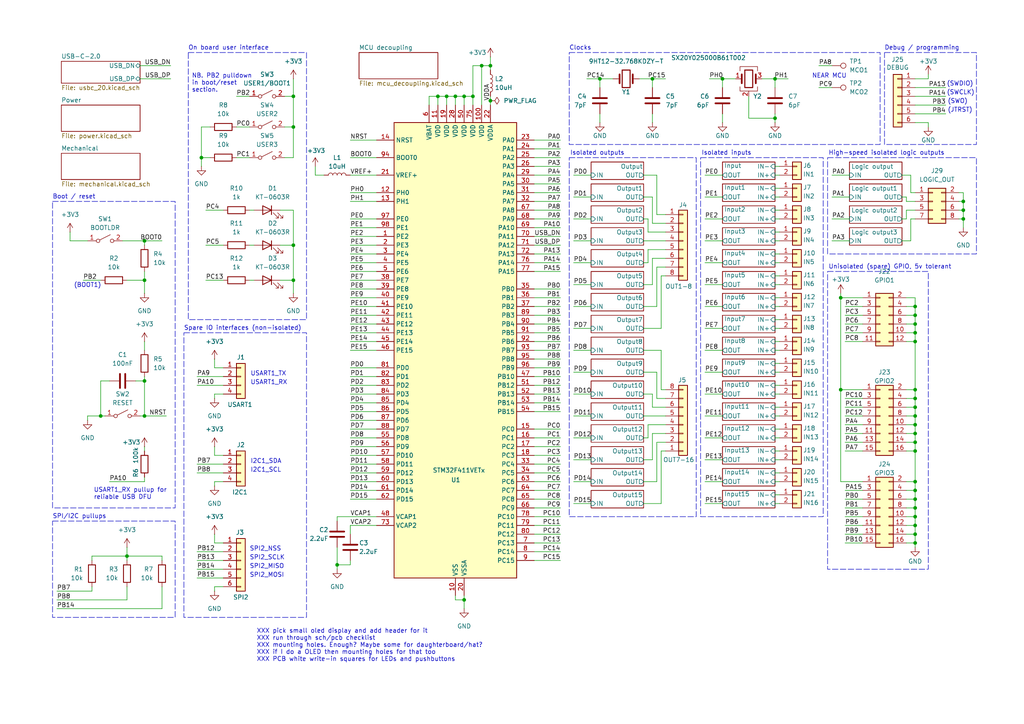
<source format=kicad_sch>
(kicad_sch (version 20250114) (generator "eeschema") (generator_version "9.0")
  (paper "A4")
  (rectangle (start 53.34 96.52) (end 88.9 179.07) (stroke (width 0) (type dash)))
  (rectangle (start 165.1 45.72) (end 201.93 149.86) (stroke (width 0) (type dash)))
  (rectangle (start 203.2 45.72) (end 238.76 149.86) (stroke (width 0) (type dash)))
  (rectangle (start 165.1 15.24) (end 255.27 41.91) (stroke (width 0) (type dash)))
  (rectangle (start 240.03 78.74) (end 269.24 165.1) (stroke (width 0) (type dash)))
  (rectangle (start 15.24 151.13) (end 50.8 179.07) (stroke (width 0) (type dash)))
  (rectangle (start 15.24 58.42) (end 50.8 147.32) (stroke (width 0) (type dash)))
  (rectangle (start 240.03 45.72) (end 283.21 73.66) (stroke (width 0) (type dash)))
  (rectangle (start 256.54 15.24) (end 283.21 41.91) (stroke (width 0) (type dash)))
  (rectangle (start 54.61 15.24) (end 88.9 92.71) (stroke (width 0) (type dash)))
  (text "(SWDIO)" (at 274.574 24.384 0) (effects (font (size 1.27 1.27)) (justify left)))
  (text "SPI/I2C pullups" (at 15.24 149.86 0) (effects (font (size 1.27 1.27)) (justify left)))
  (text "On board user interface" (at 54.61 13.97 0) (effects (font (size 1.27 1.27)) (justify left)))
  (text "SPI2_MISO" (at 72.39 164.338 0) (effects (font (size 1.27 1.27)) (justify left)))
  (text "I2C1_SCL" (at 72.644 136.398 0) (effects (font (size 1.27 1.27)) (justify left)))
  (text "SPI2_SCLK" (at 72.39 161.798 0) (effects (font (size 1.27 1.27)) (justify left)))
  (text "SPI2_NSS" (at 72.39 159.258 0) (effects (font (size 1.27 1.27)) (justify left)))
  (text "Isolated outputs" (at 165.354 44.45 0) (effects (font (size 1.27 1.27)) (justify left)))
  (text "(SWCLK)" (at 274.574 26.924 0) (effects (font (size 1.27 1.27)) (justify left)))
  (text "Isolated inputs" (at 203.454 44.45 0) (effects (font (size 1.27 1.27)) (justify left)))
  (text "High-speed isolated logic outputs" (at 240.284 44.45 0) (effects (font (size 1.27 1.27)) (justify left)))
  (text "Debug / programming" (at 256.54 13.97 0) (effects (font (size 1.27 1.27)) (justify left)))
  (text "(JTRST)" (at 274.828 32.004 0) (effects (font (size 1.27 1.27)) (justify left)))
  (text "Unisolated (spare) GPIO, 5v tolerant" (at 240.284 77.47 0) (effects (font (size 1.27 1.27)) (justify left)))
  (text "(BOOT1)" (at 25.4 82.804 0) (effects (font (size 1.27 1.27))))
  (text "USART1_TX" (at 72.644 108.458 0) (effects (font (size 1.27 1.27)) (justify left)))
  (text "(SWO)" (at 274.828 29.464 0) (effects (font (size 1.27 1.27)) (justify left)))
  (text "USART1_RX" (at 72.644 110.998 0) (effects (font (size 1.27 1.27)) (justify left)))
  (text "Spare IO interfaces (non-isolated)" (at 53.34 95.25 0) (effects (font (size 1.27 1.27)) (justify left)))
  (text "XXX pick small oled display and add header for it\nXXX run through sch/pcb checklist\nXXX mounting holes. Enough? Maybe some for daughterboard/hat?\nXXX if I do a OLED then mounting holes for that too\nXXX PCB white write-in squares for LEDs and pushbuttons" (at 74.422 187.198 0) (effects (font (size 1.27 1.27)) (justify left)))
  (text "I2C1_SDA" (at 72.644 133.858 0) (effects (font (size 1.27 1.27)) (justify left)))
  (text "NEAR MCU" (at 240.538 22.098 0) (effects (font (size 1.27 1.27))))
  (text "Boot / reset" (at 15.24 57.15 0) (effects (font (size 1.27 1.27)) (justify left)))
  (text "NB. PB2 pulldown\nin boot/reset\nsection." (at 55.626 24.13 0) (effects (font (size 1.27 1.27)) (justify left)))
  (text "USART1_RX pullup for\nreliable USB DFU" (at 27.178 143.256 0) (effects (font (size 1.27 1.27)) (justify left)))
  (text "Clocks" (at 165.1 13.97 0) (effects (font (size 1.27 1.27)) (justify left)))
  (text "SPI2_MOSI" (at 72.39 166.878 0) (effects (font (size 1.27 1.27)) (justify left)))
  (junction (at 265.43 113.03))
  (junction (at 279.4 58.42))
  (junction (at 265.43 154.94))
  (junction (at 265.43 120.65))
  (junction (at 279.4 60.96))
  (junction (at 129.54 27.94))
  (junction (at 127 27.94))
  (junction (at 265.43 142.24))
  (junction (at 265.43 99.06))
  (junction (at 265.43 123.19))
  (junction (at 142.24 19.05))
  (junction (at 265.43 96.52))
  (junction (at 224.79 34.29))
  (junction (at 134.62 27.94))
  (junction (at 209.55 22.86))
  (junction (at 265.43 88.9))
  (junction (at 265.43 130.81))
  (junction (at 265.43 91.44))
  (junction (at 265.43 125.73))
  (junction (at 85.09 81.28))
  (junction (at 41.91 120.65))
  (junction (at 97.79 163.83))
  (junction (at 265.43 118.11))
  (junction (at 243.84 113.03))
  (junction (at 85.09 36.83))
  (junction (at 36.83 161.29))
  (junction (at 41.91 81.28))
  (junction (at 265.43 152.4))
  (junction (at 29.21 120.65))
  (junction (at 142.24 29.21))
  (junction (at 137.16 27.94))
  (junction (at 132.08 27.94))
  (junction (at 139.7 19.05))
  (junction (at 265.43 128.27))
  (junction (at 224.79 22.86))
  (junction (at 173.99 22.86))
  (junction (at 279.4 63.5))
  (junction (at 265.43 149.86))
  (junction (at 243.84 86.36))
  (junction (at 41.91 110.49))
  (junction (at 265.43 157.48))
  (junction (at 265.43 147.32))
  (junction (at 265.43 139.7))
  (junction (at 85.09 71.12))
  (junction (at 85.09 27.94))
  (junction (at 58.42 45.72))
  (junction (at 134.62 173.99))
  (junction (at 265.43 93.98))
  (junction (at 265.43 144.78))
  (junction (at 189.23 22.86))
  (junction (at 265.43 115.57))
  (junction (at 41.91 69.85))
  (wire (pts (xy 62.23 106.68) (xy 62.23 104.14)))
  (wire (pts (xy 262.89 139.7) (xy 265.43 139.7)))
  (wire (pts (xy 193.04 118.11) (xy 189.23 118.11)))
  (wire (pts (xy 101.6 127) (xy 109.22 127)))
  (wire (pts (xy 265.43 25.4) (xy 274.32 25.4)))
  (wire (pts (xy 241.3 25.4) (xy 237.49 25.4)))
  (wire (pts (xy 226.06 130.81) (xy 224.79 130.81)))
  (wire (pts (xy 154.94 134.62) (xy 162.56 134.62)))
  (wire (pts (xy 101.6 73.66) (xy 109.22 73.66)))
  (wire (pts (xy 154.94 101.6) (xy 162.56 101.6)))
  (wire (pts (xy 142.24 27.94) (xy 142.24 29.21)))
  (wire (pts (xy 262.89 99.06) (xy 265.43 99.06)))
  (wire (pts (xy 154.94 71.12) (xy 162.56 71.12)))
  (wire (pts (xy 64.77 139.7) (xy 62.23 139.7)))
  (wire (pts (xy 241.3 50.8) (xy 246.38 50.8)))
  (wire (pts (xy 189.23 133.35) (xy 186.69 133.35)))
  (wire (pts (xy 154.94 40.64) (xy 162.56 40.64)))
  (wire (pts (xy 265.43 147.32) (xy 265.43 149.86)))
  (wire (pts (xy 226.06 139.7) (xy 224.79 139.7)))
  (wire (pts (xy 264.16 63.5) (xy 264.16 69.85)))
  (wire (pts (xy 101.6 45.72) (xy 109.22 45.72)))
  (wire (pts (xy 68.58 45.72) (xy 72.39 45.72)))
  (wire (pts (xy 26.67 161.29) (xy 36.83 161.29)))
  (wire (pts (xy 265.43 91.44) (xy 265.43 93.98)))
  (wire (pts (xy 279.4 60.96) (xy 279.4 63.5)))
  (wire (pts (xy 101.6 86.36) (xy 109.22 86.36)))
  (wire (pts (xy 101.6 68.58) (xy 109.22 68.58)))
  (wire (pts (xy 241.3 63.5) (xy 246.38 63.5)))
  (wire (pts (xy 68.58 27.94) (xy 72.39 27.94)))
  (wire (pts (xy 193.04 130.81) (xy 191.77 130.81)))
  (wire (pts (xy 154.94 162.56) (xy 162.56 162.56)))
  (wire (pts (xy 82.55 27.94) (xy 85.09 27.94)))
  (wire (pts (xy 41.91 110.49) (xy 41.91 120.65)))
  (wire (pts (xy 154.94 154.94) (xy 162.56 154.94)))
  (wire (pts (xy 265.43 154.94) (xy 265.43 157.48)))
  (wire (pts (xy 57.15 109.22) (xy 64.77 109.22)))
  (wire (pts (xy 101.6 58.42) (xy 109.22 58.42)))
  (wire (pts (xy 264.16 55.88) (xy 264.16 50.8)))
  (wire (pts (xy 41.91 81.28) (xy 41.91 85.09)))
  (wire (pts (xy 97.79 151.13) (xy 97.79 149.86)))
  (wire (pts (xy 85.09 81.28) (xy 85.09 85.09)))
  (wire (pts (xy 209.55 146.05) (xy 204.47 146.05)))
  (wire (pts (xy 101.6 121.92) (xy 109.22 121.92)))
  (wire (pts (xy 97.79 163.83) (xy 97.79 165.1)))
  (wire (pts (xy 154.94 142.24) (xy 162.56 142.24)))
  (wire (pts (xy 226.06 80.01) (xy 224.79 80.01)))
  (wire (pts (xy 193.04 74.93) (xy 189.23 74.93)))
  (wire (pts (xy 41.91 81.28) (xy 41.91 78.74)))
  (wire (pts (xy 250.19 144.78) (xy 245.11 144.78)))
  (wire (pts (xy 101.6 137.16) (xy 109.22 137.16)))
  (wire (pts (xy 265.43 35.56) (xy 269.24 35.56)))
  (wire (pts (xy 101.6 81.28) (xy 109.22 81.28)))
  (wire (pts (xy 154.94 73.66) (xy 162.56 73.66)))
  (wire (pts (xy 166.37 107.95) (xy 171.45 107.95)))
  (wire (pts (xy 154.94 104.14) (xy 162.56 104.14)))
  (wire (pts (xy 278.13 60.96) (xy 279.4 60.96)))
  (wire (pts (xy 154.94 50.8) (xy 162.56 50.8)))
  (wire (pts (xy 85.09 60.96) (xy 85.09 71.12)))
  (wire (pts (xy 127 30.48) (xy 127 27.94)))
  (wire (pts (xy 101.6 106.68) (xy 109.22 106.68)))
  (wire (pts (xy 166.37 120.65) (xy 171.45 120.65)))
  (wire (pts (xy 191.77 146.05) (xy 186.69 146.05)))
  (wire (pts (xy 101.6 66.04) (xy 109.22 66.04)))
  (wire (pts (xy 154.94 86.36) (xy 162.56 86.36)))
  (wire (pts (xy 193.04 128.27) (xy 190.5 128.27)))
  (wire (pts (xy 193.04 125.73) (xy 189.23 125.73)))
  (wire (pts (xy 226.06 101.6) (xy 224.79 101.6)))
  (wire (pts (xy 189.23 125.73) (xy 189.23 133.35)))
  (wire (pts (xy 101.6 96.52) (xy 109.22 96.52)))
  (wire (pts (xy 101.6 119.38) (xy 109.22 119.38)))
  (wire (pts (xy 62.23 114.3) (xy 62.23 115.57)))
  (wire (pts (xy 265.43 157.48) (xy 262.89 157.48)))
  (wire (pts (xy 187.96 123.19) (xy 193.04 123.19)))
  (wire (pts (xy 166.37 88.9) (xy 171.45 88.9)))
  (wire (pts (xy 134.62 173.99) (xy 132.08 173.99)))
  (wire (pts (xy 134.62 30.48) (xy 134.62 27.94)))
  (wire (pts (xy 166.37 63.5) (xy 171.45 63.5)))
  (wire (pts (xy 226.06 76.2) (xy 224.79 76.2)))
  (wire (pts (xy 226.06 124.46) (xy 224.79 124.46)))
  (wire (pts (xy 217.17 34.29) (xy 224.79 34.29)))
  (wire (pts (xy 189.23 114.3) (xy 186.69 114.3)))
  (wire (pts (xy 154.94 48.26) (xy 162.56 48.26)))
  (wire (pts (xy 139.7 19.05) (xy 142.24 19.05)))
  (wire (pts (xy 262.89 123.19) (xy 265.43 123.19)))
  (wire (pts (xy 57.15 165.1) (xy 64.77 165.1)))
  (wire (pts (xy 262.89 93.98) (xy 265.43 93.98)))
  (wire (pts (xy 81.28 71.12) (xy 85.09 71.12)))
  (wire (pts (xy 191.77 95.25) (xy 186.69 95.25)))
  (wire (pts (xy 35.56 69.85) (xy 41.91 69.85)))
  (wire (pts (xy 166.37 57.15) (xy 171.45 57.15)))
  (wire (pts (xy 60.96 45.72) (xy 58.42 45.72)))
  (wire (pts (xy 209.55 69.85) (xy 204.47 69.85)))
  (wire (pts (xy 265.43 93.98) (xy 265.43 96.52)))
  (wire (pts (xy 193.04 115.57) (xy 190.5 115.57)))
  (wire (pts (xy 49.53 19.05) (xy 40.64 19.05)))
  (wire (pts (xy 213.36 22.86) (xy 209.55 22.86)))
  (wire (pts (xy 220.98 22.86) (xy 224.79 22.86)))
  (wire (pts (xy 226.06 60.96) (xy 224.79 60.96)))
  (wire (pts (xy 57.15 134.62) (xy 64.77 134.62)))
  (wire (pts (xy 154.94 106.68) (xy 162.56 106.68)))
  (wire (pts (xy 189.23 64.77) (xy 193.04 64.77)))
  (wire (pts (xy 264.16 50.8) (xy 261.62 50.8)))
  (wire (pts (xy 101.6 50.8) (xy 109.22 50.8)))
  (wire (pts (xy 186.69 57.15) (xy 189.23 57.15)))
  (wire (pts (xy 154.94 116.84) (xy 162.56 116.84)))
  (wire (pts (xy 101.6 71.12) (xy 109.22 71.12)))
  (wire (pts (xy 190.5 62.23) (xy 190.5 50.8)))
  (wire (pts (xy 217.17 27.94) (xy 217.17 34.29)))
  (wire (pts (xy 154.94 91.44) (xy 162.56 91.44)))
  (wire (pts (xy 226.06 48.26) (xy 224.79 48.26)))
  (wire (pts (xy 265.43 118.11) (xy 265.43 120.65)))
  (wire (pts (xy 189.23 33.02) (xy 189.23 35.56)))
  (wire (pts (xy 191.77 113.03) (xy 191.77 101.6)))
  (wire (pts (xy 191.77 101.6) (xy 186.69 101.6)))
  (wire (pts (xy 154.94 137.16) (xy 162.56 137.16)))
  (wire (pts (xy 187.96 127) (xy 187.96 123.19)))
  (wire (pts (xy 250.19 152.4) (xy 245.11 152.4)))
  (wire (pts (xy 166.37 139.7) (xy 171.45 139.7)))
  (wire (pts (xy 101.6 101.6) (xy 109.22 101.6)))
  (wire (pts (xy 186.69 127) (xy 187.96 127)))
  (wire (pts (xy 279.4 63.5) (xy 279.4 66.04)))
  (wire (pts (xy 154.94 157.48) (xy 162.56 157.48)))
  (wire (pts (xy 154.94 129.54) (xy 162.56 129.54)))
  (wire (pts (xy 137.16 19.05) (xy 139.7 19.05)))
  (wire (pts (xy 129.54 27.94) (xy 132.08 27.94)))
  (wire (pts (xy 262.89 147.32) (xy 265.43 147.32)))
  (wire (pts (xy 64.77 114.3) (xy 62.23 114.3)))
  (wire (pts (xy 186.69 69.85) (xy 193.04 69.85)))
  (wire (pts (xy 190.5 50.8) (xy 186.69 50.8)))
  (wire (pts (xy 265.43 130.81) (xy 265.43 139.7)))
  (wire (pts (xy 16.51 173.99) (xy 36.83 173.99)))
  (wire (pts (xy 137.16 30.48) (xy 137.16 27.94)))
  (wire (pts (xy 137.16 27.94) (xy 137.16 19.05)))
  (wire (pts (xy 250.19 128.27) (xy 245.11 128.27)))
  (wire (pts (xy 226.06 95.25) (xy 224.79 95.25)))
  (wire (pts (xy 250.19 149.86) (xy 245.11 149.86)))
  (wire (pts (xy 265.43 158.75) (xy 265.43 157.48)))
  (wire (pts (xy 25.4 120.65) (xy 25.4 121.92)))
  (wire (pts (xy 166.37 82.55) (xy 171.45 82.55)))
  (wire (pts (xy 265.43 27.94) (xy 274.32 27.94)))
  (wire (pts (xy 265.43 128.27) (xy 265.43 130.81)))
  (wire (pts (xy 127 27.94) (xy 129.54 27.94)))
  (wire (pts (xy 154.94 83.82) (xy 162.56 83.82)))
  (wire (pts (xy 85.09 27.94) (xy 85.09 36.83)))
  (wire (pts (xy 101.6 109.22) (xy 109.22 109.22)))
  (wire (pts (xy 189.23 22.86) (xy 189.23 25.4)))
  (wire (pts (xy 261.62 63.5) (xy 262.89 63.5)))
  (wire (pts (xy 64.77 132.08) (xy 62.23 132.08)))
  (wire (pts (xy 265.43 152.4) (xy 265.43 154.94)))
  (wire (pts (xy 226.06 88.9) (xy 224.79 88.9)))
  (wire (pts (xy 166.37 127) (xy 171.45 127)))
  (wire (pts (xy 193.04 67.31) (xy 187.96 67.31)))
  (wire (pts (xy 262.89 86.36) (xy 265.43 86.36)))
  (wire (pts (xy 262.89 125.73) (xy 265.43 125.73)))
  (wire (pts (xy 265.43 125.73) (xy 265.43 128.27)))
  (wire (pts (xy 101.6 139.7) (xy 109.22 139.7)))
  (wire (pts (xy 265.43 113.03) (xy 265.43 115.57)))
  (wire (pts (xy 101.6 91.44) (xy 109.22 91.44)))
  (wire (pts (xy 191.77 80.01) (xy 191.77 95.25)))
  (wire (pts (xy 265.43 86.36) (xy 265.43 88.9)))
  (wire (pts (xy 101.6 88.9) (xy 109.22 88.9)))
  (wire (pts (xy 191.77 130.81) (xy 191.77 146.05)))
  (wire (pts (xy 62.23 157.48) (xy 62.23 154.94)))
  (wire (pts (xy 243.84 113.03) (xy 243.84 139.7)))
  (wire (pts (xy 226.06 114.3) (xy 224.79 114.3)))
  (wire (pts (xy 57.15 111.76) (xy 64.77 111.76)))
  (wire (pts (xy 262.89 60.96) (xy 265.43 60.96)))
  (wire (pts (xy 41.91 109.22) (xy 41.91 110.49)))
  (wire (pts (xy 190.5 107.95) (xy 186.69 107.95)))
  (wire (pts (xy 31.75 139.7) (xy 41.91 139.7)))
  (wire (pts (xy 57.15 162.56) (xy 64.77 162.56)))
  (wire (pts (xy 209.55 88.9) (xy 204.47 88.9)))
  (wire (pts (xy 250.19 88.9) (xy 245.11 88.9)))
  (wire (pts (xy 262.89 88.9) (xy 265.43 88.9)))
  (wire (pts (xy 265.43 33.02) (xy 274.32 33.02)))
  (wire (pts (xy 265.43 149.86) (xy 265.43 152.4)))
  (wire (pts (xy 139.7 19.05) (xy 139.7 30.48)))
  (wire (pts (xy 226.06 67.31) (xy 224.79 67.31)))
  (wire (pts (xy 58.42 45.72) (xy 58.42 48.26)))
  (wire (pts (xy 241.3 69.85) (xy 246.38 69.85)))
  (wire (pts (xy 41.91 129.54) (xy 41.91 130.81)))
  (wire (pts (xy 250.19 118.11) (xy 245.11 118.11)))
  (wire (pts (xy 189.23 57.15) (xy 189.23 64.77)))
  (wire (pts (xy 101.6 83.82) (xy 109.22 83.82)))
  (wire (pts (xy 209.55 95.25) (xy 204.47 95.25)))
  (wire (pts (xy 101.6 76.2) (xy 109.22 76.2)))
  (wire (pts (xy 101.6 162.56) (xy 101.6 163.83)))
  (wire (pts (xy 134.62 27.94) (xy 137.16 27.94)))
  (wire (pts (xy 265.43 123.19) (xy 265.43 125.73)))
  (wire (pts (xy 31.75 110.49) (xy 29.21 110.49)))
  (wire (pts (xy 154.94 160.02) (xy 162.56 160.02)))
  (wire (pts (xy 250.19 130.81) (xy 245.11 130.81)))
  (wire (pts (xy 262.89 96.52) (xy 265.43 96.52)))
  (wire (pts (xy 64.77 157.48) (xy 62.23 157.48)))
  (wire (pts (xy 209.55 114.3) (xy 204.47 114.3)))
  (wire (pts (xy 209.55 63.5) (xy 204.47 63.5)))
  (wire (pts (xy 250.19 93.98) (xy 245.11 93.98)))
  (wire (pts (xy 262.89 113.03) (xy 265.43 113.03)))
  (wire (pts (xy 265.43 63.5) (xy 264.16 63.5)))
  (wire (pts (xy 166.37 95.25) (xy 171.45 95.25)))
  (wire (pts (xy 209.55 50.8) (xy 204.47 50.8)))
  (wire (pts (xy 154.94 76.2) (xy 162.56 76.2)))
  (wire (pts (xy 57.15 160.02) (xy 64.77 160.02)))
  (wire (pts (xy 186.69 76.2) (xy 187.96 76.2)))
  (wire (pts (xy 154.94 99.06) (xy 162.56 99.06)))
  (wire (pts (xy 36.83 161.29) (xy 36.83 162.56)))
  (wire (pts (xy 166.37 101.6) (xy 171.45 101.6)))
  (wire (pts (xy 129.54 30.48) (xy 129.54 27.94)))
  (wire (pts (xy 154.94 96.52) (xy 162.56 96.52)))
  (wire (pts (xy 226.06 118.11) (xy 224.79 118.11)))
  (wire (pts (xy 154.94 93.98) (xy 162.56 93.98)))
  (wire (pts (xy 154.94 147.32) (xy 162.56 147.32)))
  (wire (pts (xy 134.62 176.53) (xy 134.62 173.99)))
  (wire (pts (xy 264.16 69.85) (xy 261.62 69.85)))
  (wire (pts (xy 85.09 27.94) (xy 85.09 22.86)))
  (wire (pts (xy 132.08 173.99) (xy 132.08 172.72)))
  (wire (pts (xy 265.43 144.78) (xy 265.43 147.32)))
  (wire (pts (xy 250.19 99.06) (xy 245.11 99.06)))
  (wire (pts (xy 226.06 143.51) (xy 224.79 143.51)))
  (wire (pts (xy 265.43 30.48) (xy 274.32 30.48)))
  (wire (pts (xy 39.37 110.49) (xy 41.91 110.49)))
  (wire (pts (xy 97.79 158.75) (xy 97.79 163.83)))
  (wire (pts (xy 193.04 80.01) (xy 191.77 80.01)))
  (wire (pts (xy 226.06 111.76) (xy 224.79 111.76)))
  (wire (pts (xy 226.06 50.8) (xy 224.79 50.8)))
  (wire (pts (xy 226.06 127) (xy 224.79 127)))
  (wire (pts (xy 132.08 27.94) (xy 134.62 27.94)))
  (wire (pts (xy 154.94 45.72) (xy 162.56 45.72)))
  (wire (pts (xy 187.96 67.31) (xy 187.96 63.5)))
  (wire (pts (xy 185.42 22.86) (xy 189.23 22.86)))
  (wire (pts (xy 166.37 133.35) (xy 171.45 133.35)))
  (wire (pts (xy 72.39 60.96) (xy 73.66 60.96)))
  (wire (pts (xy 57.15 137.16) (xy 64.77 137.16)))
  (wire (pts (xy 209.55 127) (xy 204.47 127)))
  (wire (pts (xy 101.6 132.08) (xy 109.22 132.08)))
  (wire (pts (xy 101.6 111.76) (xy 109.22 111.76)))
  (wire (pts (xy 224.79 22.86) (xy 228.6 22.86)))
  (wire (pts (xy 166.37 69.85) (xy 171.45 69.85)))
  (wire (pts (xy 93.98 50.8) (xy 91.44 50.8)))
  (wire (pts (xy 154.94 139.7) (xy 162.56 139.7)))
  (wire (pts (xy 20.32 69.85) (xy 25.4 69.85)))
  (wire (pts (xy 250.19 139.7) (xy 243.84 139.7)))
  (wire (pts (xy 68.58 36.83) (xy 72.39 36.83)))
  (wire (pts (xy 59.69 81.28) (xy 64.77 81.28)))
  (wire (pts (xy 243.84 113.03) (xy 250.19 113.03)))
  (wire (pts (xy 154.94 55.88) (xy 162.56 55.88)))
  (wire (pts (xy 41.91 69.85) (xy 41.91 71.12)))
  (wire (pts (xy 226.06 133.35) (xy 224.79 133.35)))
  (wire (pts (xy 226.06 99.06) (xy 224.79 99.06)))
  (wire (pts (xy 41.91 69.85) (xy 46.99 69.85)))
  (wire (pts (xy 57.15 167.64) (xy 64.77 167.64)))
  (wire (pts (xy 265.43 120.65) (xy 265.43 123.19)))
  (wire (pts (xy 224.79 33.02) (xy 224.79 34.29)))
  (wire (pts (xy 82.55 45.72) (xy 85.09 45.72)))
  (wire (pts (xy 209.55 57.15) (xy 204.47 57.15)))
  (wire (pts (xy 101.6 93.98) (xy 109.22 93.98)))
  (wire (pts (xy 190.5 88.9) (xy 186.69 88.9)))
  (wire (pts (xy 40.64 120.65) (xy 41.91 120.65)))
  (wire (pts (xy 154.94 63.5) (xy 162.56 63.5)))
  (wire (pts (xy 46.99 161.29) (xy 36.83 161.29)))
  (wire (pts (xy 265.43 142.24) (xy 265.43 144.78)))
  (wire (pts (xy 101.6 163.83) (xy 97.79 163.83)))
  (wire (pts (xy 193.04 113.03) (xy 191.77 113.03)))
  (wire (pts (xy 269.24 35.56) (xy 269.24 36.83)))
  (wire (pts (xy 20.32 67.31) (xy 20.32 69.85)))
  (wire (pts (xy 85.09 36.83) (xy 85.09 45.72)))
  (wire (pts (xy 154.94 132.08) (xy 162.56 132.08)))
  (wire (pts (xy 36.83 173.99) (xy 36.83 170.18)))
  (wire (pts (xy 85.09 71.12) (xy 85.09 81.28)))
  (wire (pts (xy 173.99 33.02) (xy 173.99 35.56)))
  (wire (pts (xy 186.69 120.65) (xy 193.04 120.65)))
  (wire (pts (xy 209.55 22.86) (xy 209.55 25.4)))
  (wire (pts (xy 41.91 99.06) (xy 41.91 101.6)))
  (wire (pts (xy 82.55 36.83) (xy 85.09 36.83)))
  (wire (pts (xy 101.6 40.64) (xy 109.22 40.64)))
  (wire (pts (xy 173.99 25.4) (xy 173.99 22.86)))
  (wire (pts (xy 26.67 171.45) (xy 26.67 170.18)))
  (wire (pts (xy 262.89 144.78) (xy 265.43 144.78)))
  (wire (pts (xy 243.84 85.09) (xy 243.84 86.36)))
  (wire (pts (xy 26.67 162.56) (xy 26.67 161.29)))
  (wire (pts (xy 262.89 63.5) (xy 262.89 60.96)))
  (wire (pts (xy 101.6 154.94) (xy 101.6 152.4)))
  (wire (pts (xy 209.55 139.7) (xy 204.47 139.7)))
  (wire (pts (xy 72.39 71.12) (xy 73.66 71.12)))
  (wire (pts (xy 226.06 82.55) (xy 224.79 82.55)))
  (wire (pts (xy 46.99 170.18) (xy 46.99 176.53)))
  (wire (pts (xy 190.5 77.47) (xy 190.5 88.9)))
  (wire (pts (xy 189.23 82.55) (xy 186.69 82.55)))
  (wire (pts (xy 134.62 172.72) (xy 134.62 173.99)))
  (wire (pts (xy 142.24 19.05) (xy 142.24 20.32)))
  (wire (pts (xy 224.79 35.56) (xy 224.79 34.29)))
  (wire (pts (xy 262.89 115.57) (xy 265.43 115.57)))
  (wire (pts (xy 193.04 62.23) (xy 190.5 62.23)))
  (wire (pts (xy 187.96 72.39) (xy 193.04 72.39)))
  (wire (pts (xy 49.53 22.86) (xy 40.64 22.86)))
  (wire (pts (xy 154.94 149.86) (xy 162.56 149.86)))
  (wire (pts (xy 132.08 30.48) (xy 132.08 27.94)))
  (wire (pts (xy 59.69 71.12) (xy 64.77 71.12)))
  (wire (pts (xy 154.94 66.04) (xy 162.56 66.04)))
  (wire (pts (xy 262.89 128.27) (xy 265.43 128.27)))
  (wire (pts (xy 265.43 58.42) (xy 262.89 58.42)))
  (wire (pts (xy 262.89 58.42) (xy 262.89 57.15)))
  (wire (pts (xy 278.13 58.42) (xy 279.4 58.42)))
  (wire (pts (xy 154.94 127) (xy 162.56 127)))
  (wire (pts (xy 262.89 57.15) (xy 261.62 57.15)))
  (wire (pts (xy 189.23 118.11) (xy 189.23 114.3)))
  (wire (pts (xy 226.06 92.71) (xy 224.79 92.71)))
  (wire (pts (xy 91.44 50.8) (xy 91.44 48.26)))
  (wire (pts (xy 29.21 110.49) (xy 29.21 120.65)))
  (wire (pts (xy 97.79 149.86) (xy 109.22 149.86)))
  (wire (pts (xy 250.19 142.24) (xy 245.11 142.24)))
  (wire (pts (xy 101.6 152.4) (xy 109.22 152.4)))
  (wire (pts (xy 36.83 158.75) (xy 36.83 161.29)))
  (wire (pts (xy 226.06 137.16) (xy 224.79 137.16)))
  (wire (pts (xy 250.19 96.52) (xy 245.11 96.52)))
  (wire (pts (xy 190.5 128.27) (xy 190.5 139.7)))
  (wire (pts (xy 209.55 107.95) (xy 204.47 107.95)))
  (wire (pts (xy 101.6 114.3) (xy 109.22 114.3)))
  (wire (pts (xy 170.18 22.86) (xy 173.99 22.86)))
  (wire (pts (xy 190.5 139.7) (xy 186.69 139.7)))
  (wire (pts (xy 72.39 81.28) (xy 73.66 81.28)))
  (wire (pts (xy 265.43 55.88) (xy 264.16 55.88)))
  (wire (pts (xy 101.6 63.5) (xy 109.22 63.5)))
  (wire (pts (xy 81.28 60.96) (xy 85.09 60.96)))
  (wire (pts (xy 269.24 22.86) (xy 269.24 21.59)))
  (wire (pts (xy 265.43 88.9) (xy 265.43 91.44)))
  (wire (pts (xy 250.19 91.44) (xy 245.11 91.44)))
  (wire (pts (xy 250.19 120.65) (xy 245.11 120.65)))
  (wire (pts (xy 209.55 82.55) (xy 204.47 82.55)))
  (wire (pts (xy 209.55 120.65) (xy 204.47 120.65)))
  (wire (pts (xy 265.43 96.52) (xy 265.43 99.06)))
  (wire (pts (xy 265.43 99.06) (xy 265.43 113.03)))
  (wire (pts (xy 262.89 130.81) (xy 265.43 130.81)))
  (wire (pts (xy 262.89 149.86) (xy 265.43 149.86)))
  (wire (pts (xy 62.23 170.18) (xy 62.23 171.45)))
  (wire (pts (xy 59.69 60.96) (xy 64.77 60.96)))
  (wire (pts (xy 262.89 120.65) (xy 265.43 120.65)))
  (wire (pts (xy 226.06 146.05) (xy 224.79 146.05)))
  (wire (pts (xy 187.96 63.5) (xy 186.69 63.5)))
  (wire (pts (xy 101.6 129.54) (xy 109.22 129.54)))
  (wire (pts (xy 154.94 58.42) (xy 162.56 58.42)))
  (wire (pts (xy 25.4 120.65) (xy 29.21 120.65)))
  (wire (pts (xy 224.79 22.86) (xy 224.79 25.4)))
  (wire (pts (xy 279.4 55.88) (xy 279.4 58.42)))
  (wire (pts (xy 250.19 157.48) (xy 245.11 157.48)))
  (wire (pts (xy 250.19 125.73) (xy 245.11 125.73)))
  (wire (pts (xy 154.94 53.34) (xy 162.56 53.34)))
  (wire (pts (xy 250.19 123.19) (xy 245.11 123.19)))
  (wire (pts (xy 154.94 68.58) (xy 162.56 68.58)))
  (wire (pts (xy 154.94 124.46) (xy 162.56 124.46)))
  (wire (pts (xy 101.6 78.74) (xy 109.22 78.74)))
  (wire (pts (xy 250.19 147.32) (xy 245.11 147.32)))
  (wire (pts (xy 101.6 124.46) (xy 109.22 124.46)))
  (wire (pts (xy 154.94 88.9) (xy 162.56 88.9)))
  (wire (pts (xy 62.23 132.08) (xy 62.23 129.54)))
  (wire (pts (xy 60.96 36.83) (xy 58.42 36.83)))
  (wire (pts (xy 243.84 86.36) (xy 243.84 113.03)))
  (wire (pts (xy 262.89 91.44) (xy 265.43 91.44)))
  (wire (pts (xy 226.06 73.66) (xy 224.79 73.66)))
  (wire (pts (xy 64.77 170.18) (xy 62.23 170.18)))
  (wire (pts (xy 154.94 78.74) (xy 162.56 78.74)))
  (wire (pts (xy 226.06 86.36) (xy 224.79 86.36)))
  (wire (pts (xy 46.99 162.56) (xy 46.99 161.29)))
  (wire (pts (xy 226.06 57.15) (xy 224.79 57.15)))
  (wire (pts (xy 279.4 58.42) (xy 279.4 60.96)))
  (wire (pts (xy 209.55 101.6) (xy 204.47 101.6)))
  (wire (pts (xy 226.06 54.61) (xy 224.79 54.61)))
  (wire (pts (xy 265.43 115.57) (xy 265.43 118.11)))
  (wire (pts (xy 41.91 120.65) (xy 48.26 120.65)))
  (wire (pts (xy 154.94 109.22) (xy 162.56 109.22)))
  (wire (pts (xy 265.43 139.7) (xy 265.43 142.24)))
  (wire (pts (xy 124.46 30.48) (xy 124.46 27.94)))
  (wire (pts (xy 16.51 176.53) (xy 46.99 176.53)))
  (wire (pts (xy 166.37 146.05) (xy 171.45 146.05)))
  (wire (pts (xy 64.77 106.68) (xy 62.23 106.68)))
  (wire (pts (xy 154.94 43.18) (xy 162.56 43.18)))
  (wire (pts (xy 58.42 36.83) (xy 58.42 45.72)))
  (wire (pts (xy 154.94 114.3) (xy 162.56 114.3)))
  (wire (pts (xy 190.5 115.57) (xy 190.5 107.95)))
  (wire (pts (xy 30.48 120.65) (xy 29.21 120.65)))
  (wire (pts (xy 243.84 86.36) (xy 250.19 86.36)))
  (wire (pts (xy 142.24 29.21) (xy 142.24 30.48)))
  (wire (pts (xy 41.91 138.43) (xy 41.91 139.7)))
  (wire (pts (xy 166.37 50.8) (xy 171.45 50.8)))
  (wire (pts (xy 262.89 142.24) (xy 265.43 142.24)))
  (wire (pts (xy 154.94 111.76) (xy 162.56 111.76)))
  (wire (pts (xy 166.37 114.3) (xy 171.45 114.3)))
  (wire (pts (xy 187.96 76.2) (xy 187.96 72.39)))
  (wire (pts (xy 29.21 81.28) (xy 24.13 81.28)))
  (wire (pts (xy 154.94 60.96) (xy 162.56 60.96)))
  (wire (pts (xy 142.24 19.05) (xy 142.24 16.51)))
  (wire (pts (xy 16.51 171.45) (xy 26.67 171.45)))
  (wire (pts (xy 209.55 33.02) (xy 209.55 35.56)))
  (wire (pts (xy 173.99 22.86) (xy 177.8 22.86)))
  (wire (pts (xy 101.6 116.84) (xy 109.22 116.84)))
  (wire (pts (xy 265.43 22.86) (xy 269.24 22.86)))
  (wire (pts (xy 101.6 99.06) (xy 109.22 99.06)))
  (wire (pts (xy 101.6 144.78) (xy 109.22 144.78)))
  (wire (pts (xy 101.6 142.24) (xy 109.22 142.24)))
  (wire (pts (xy 154.94 152.4) (xy 162.56 152.4)))
  (wire (pts (xy 209.55 76.2) (xy 204.47 76.2)))
  (wire (pts (xy 226.06 107.95) (xy 224.79 107.95)))
  (wire (pts (xy 241.3 57.15) (xy 246.38 57.15)))
  (wire (pts (xy 36.83 81.28) (xy 41.91 81.28)))
  (wire (pts (xy 62.23 139.7) (xy 62.23 140.97)))
  (wire (pts (xy 278.13 63.5) (xy 279.4 63.5)))
  (wire (pts (xy 226.06 69.85) (xy 224.79 69.85)))
  (wire (pts (xy 154.94 144.78) (xy 162.56 144.78)))
  (wire (pts (xy 262.89 118.11) (xy 265.43 118.11)))
  (wire (pts (xy 278.13 55.88) (xy 279.4 55.88)))
  (wire (pts (xy 250.19 154.94) (xy 245.11 154.94)))
  (wire (pts (xy 166.37 76.2) (xy 171.45 76.2)))
  (wire (pts (xy 205.74 22.86) (xy 209.55 22.86)))
  (wire (pts (xy 101.6 55.88) (xy 109.22 55.88)))
  (wire (pts (xy 209.55 133.35) (xy 204.47 133.35)))
  (wire (pts (xy 262.89 152.4) (xy 265.43 152.4)))
  (wire (pts (xy 154.94 119.38) (xy 162.56 119.38)))
  (wire (pts (xy 226.06 63.5) (xy 224.79 63.5)))
  (wire (pts (xy 124.46 27.94) (xy 127 27.94)))
  (wire (pts (xy 226.06 120.65) (xy 224.79 120.65)))
  (wire (pts (xy 241.3 19.05) (xy 237.49 19.05)))
  (wire (pts (xy 193.04 77.47) (xy 190.5 77.47)))
  (wire (pts (xy 250.19 115.57) (xy 245.11 115.57)))
  (wire (pts (xy 262.89 154.94) (xy 265.43 154.94)))
  (wire (pts (xy 226.06 105.41) (xy 224.79 105.41)))
  (wire (pts (xy 189.23 22.86) (xy 193.04 22.86)))
  (wire (pts (xy 189.23 74.93) (xy 189.23 82.55)))
  (wire (pts (xy 101.6 134.62) (xy 109.22 134.62)))
  (wire (pts (xy 81.28 81.28) (xy 85.09 81.28)))
  (label "PD10" (at 101.6 132.08 0))
  (label "PB8" (at 57.15 137.16 0))
  (label "PC10" (at 162.56 149.86 180))
  (label "PC12" (at 162.56 154.94 180))
  (label "PB10" (at 162.56 109.22 180))
  (label "PC3" (at 245.11 91.44 0))
  (label "PC15" (at 162.56 162.56 180))
  (label "PD14" (at 166.37 139.7 0))
  (label "PB2" (at 162.56 88.9 180))
  (label "PD4" (at 101.6 116.84 0))
  (label "PE13" (at 204.47 133.35 0))
  (label "PE7" (at 204.47 95.25 0))
  (label "PC8" (at 245.11 99.06 0))
  (label "PD14" (at 101.6 142.24 0))
  (label "PB5" (at 162.56 96.52 180))
  (label "PB4" (at 274.32 33.02 180))
  (label "PA9" (at 162.56 63.5 180))
  (label "PD10" (at 166.37 114.3 0))
  (label "PB14" (at 16.51 176.53 0))
  (label "PB5" (at 245.11 149.86 0))
  (label "PE0" (at 101.6 63.5 0))
  (label "PE10" (at 101.6 88.9 0))
  (label "PE12" (at 204.47 127 0))
  (label "PA15" (at 162.56 78.74 180))
  (label "PE2" (at 101.6 68.58 0))
  (label "PC15" (at 193.04 22.86 180))
  (label "PD7" (at 166.37 95.25 0))
  (label "PA13" (at 274.32 25.4 180))
  (label "PC0" (at 162.56 124.46 180))
  (label "PA6" (at 245.11 128.27 0))
  (label "PB8" (at 16.51 173.99 0))
  (label "PE4" (at 204.47 76.2 0))
  (label "PC10" (at 245.11 115.57 0))
  (label "PA3" (at 162.56 48.26 180))
  (label "PB6" (at 162.56 99.06 180))
  (label "PD11" (at 166.37 120.65 0))
  (label "PC5" (at 59.69 71.12 0))
  (label "BOOT0" (at 46.99 69.85 180))
  (label "PC1" (at 162.56 127 180))
  (label "PD1" (at 166.37 57.15 0))
  (label "PC14" (at 162.56 160.02 180))
  (label "PC9" (at 162.56 147.32 180))
  (label "VCAP1" (at 101.6 149.86 0))
  (label "PB4" (at 162.56 93.98 180))
  (label "PC8" (at 162.56 144.78 180))
  (label "PB9" (at 245.11 154.94 0))
  (label "PB0" (at 245.11 144.78 0))
  (label "PC14" (at 170.18 22.86 0))
  (label "PC13" (at 59.69 81.28 0))
  (label "PH0" (at 205.74 22.86 0))
  (label "PB8" (at 162.56 104.14 180))
  (label "PE0" (at 204.47 50.8 0))
  (label "PE9" (at 204.47 107.95 0))
  (label "PD15" (at 166.37 146.05 0))
  (label "PD8" (at 101.6 127 0))
  (label "PB9" (at 162.56 106.68 180))
  (label "PA2" (at 162.56 45.72 180))
  (label "PA1" (at 162.56 43.18 180))
  (label "PE5" (at 204.47 82.55 0))
  (label "USB_DN" (at 49.53 19.05 180))
  (label "PE7" (at 101.6 81.28 0))
  (label "PH1" (at 101.6 58.42 0))
  (label "PC2" (at 162.56 129.54 180))
  (label "PA4" (at 162.56 50.8 180))
  (label "PB2" (at 68.58 27.94 0))
  (label "PD2" (at 101.6 111.76 0))
  (label "PE11" (at 204.47 120.65 0))
  (label "PB10" (at 245.11 157.48 0))
  (label "PD1" (at 101.6 109.22 0))
  (label "PC6" (at 245.11 93.98 0))
  (label "PA2" (at 241.3 63.5 0))
  (label "PC7" (at 162.56 142.24 180))
  (label "PE1" (at 101.6 66.04 0))
  (label "PE2" (at 204.47 63.5 0))
  (label "PD8" (at 166.37 101.6 0))
  (label "PD6" (at 101.6 121.92 0))
  (label "PE5" (at 101.6 76.2 0))
  (label "PE6" (at 204.47 88.9 0))
  (label "PD3" (at 166.37 69.85 0))
  (label "PB7" (at 162.56 101.6 180))
  (label "USB_DP" (at 162.56 71.12 180))
  (label "PD4" (at 166.37 76.2 0))
  (label "PC11" (at 162.56 152.4 180))
  (label "PD0" (at 166.37 50.8 0))
  (label "PA14" (at 274.32 27.94 180))
  (label "PA10" (at 162.56 66.04 180))
  (label "PB0" (at 162.56 83.82 180))
  (label "PB14" (at 162.56 116.84 180))
  (label "PB7" (at 16.51 171.45 0))
  (label "PE8" (at 204.47 101.6 0))
  (label "NRST" (at 48.26 120.65 180))
  (label "PE13" (at 101.6 96.52 0))
  (label "PC3" (at 162.56 132.08 180))
  (label "PA8" (at 237.49 19.05 0))
  (label "PA9" (at 57.15 109.22 0))
  (label "PD3" (at 101.6 114.3 0))
  (label "PA3" (at 241.3 69.85 0))
  (label "PC4" (at 59.69 60.96 0))
  (label "PA7" (at 162.56 58.42 180))
  (label "PC6" (at 162.56 139.7 180))
  (label "PB3" (at 162.56 91.44 180))
  (label "PD9" (at 101.6 129.54 0))
  (label "PC5" (at 162.56 137.16 180))
  (label "PC1" (at 68.58 45.72 0))
  (label "PB7" (at 57.15 134.62 0))
  (label "PE10" (at 204.47 114.3 0))
  (label "PC9" (at 237.49 25.4 0))
  (label "PC7" (at 245.11 96.52 0))
  (label "PC2" (at 245.11 88.9 0))
  (label "PE15" (at 204.47 146.05 0))
  (label "USB_DP" (at 49.53 22.86 180))
  (label "PC4" (at 162.56 134.62 180))
  (label "BOOT0" (at 101.6 45.72 0))
  (label "PH0" (at 101.6 55.88 0))
  (label "VREF+" (at 101.6 50.8 0))
  (label "PD7" (at 101.6 124.46 0))
  (label "PA6" (at 162.56 55.88 180))
  (label "PE3" (at 101.6 71.12 0))
  (label "PC12" (at 245.11 120.65 0))
  (label "PA10" (at 57.15 111.76 0))
  (label "PB15" (at 162.56 119.38 180))
  (label "PB15" (at 57.15 167.64 0))
  (label "PE14" (at 204.47 139.7 0))
  (label "PA4" (at 245.11 123.19 0))
  (label "USB_DN" (at 162.56 68.58 180))
  (label "PE12" (at 101.6 93.98 0))
  (label "PA5" (at 245.11 125.73 0))
  (label "PA13" (at 162.56 73.66 180))
  (label "PD2" (at 166.37 63.5 0))
  (label "PA1" (at 241.3 57.15 0))
  (label "PA0" (at 162.56 40.64 180))
  (label "PE3" (at 204.47 69.85 0))
  (label "PE14" (at 101.6 99.06 0))
  (label "PA10" (at 31.75 139.7 0))
  (label "PD5" (at 166.37 82.55 0))
  (label "PE8" (at 101.6 83.82 0))
  (label "PD12" (at 166.37 127 0))
  (label "PB12" (at 162.56 111.76 180))
  (label "VCAP2" (at 101.6 152.4 0))
  (label "PA7" (at 245.11 130.81 0))
  (label "NRST" (at 101.6 40.64 0))
  (label "PD0" (at 101.6 106.68 0))
  (label "PA8" (at 162.56 60.96 180))
  (label "PB12" (at 57.15 160.02 0))
  (label "PE6" (at 101.6 78.74 0))
  (label "PB13" (at 57.15 162.56 0))
  (label "PD13" (at 101.6 139.7 0))
  (label "PC11" (at 245.11 118.11 0))
  (label "PB2" (at 24.13 81.28 0))
  (label "PA15" (at 245.11 142.24 0))
  (label "PE15" (at 101.6 101.6 0))
  (label "PD11" (at 101.6 134.62 0))
  (label "PA5" (at 162.56 53.34 180))
  (label "PA0" (at 241.3 50.8 0))
  (label "PD5" (at 101.6 119.38 0))
  (label "PE11" (at 101.6 91.44 0))
  (label "PA14" (at 162.56 76.2 180))
  (label "VDDA" (at 142.24 29.21 90))
  (label "PH1" (at 228.6 22.86 180))
  (label "PC0" (at 68.58 36.83 0))
  (label "PB14" (at 57.15 165.1 0))
  (label "PB13" (at 162.56 114.3 180))
  (label "PB1" (at 245.11 147.32 0))
  (label "PC13" (at 162.56 157.48 180))
  (label "PD12" (at 101.6 137.16 0))
  (label "PB6" (at 245.11 152.4 0))
  (label "PB3" (at 274.32 30.48 180))
  (label "PE4" (at 101.6 73.66 0))
  (label "PD13" (at 166.37 133.35 0))
  (label "PD15" (at 101.6 144.78 0))
  (label "PE9" (at 101.6 86.36 0))
  (label "PB1" (at 162.56 86.36 180))
  (label "PE1" (at 204.47 57.15 0))
  (label "PD9" (at 166.37 107.95 0))
  (label "PD6" (at 166.37 88.9 0))
  (symbol (lib_id "Connector_Generic:Conn_01x02") (at 231.14 73.66 0) (unit 1)
    (property "Reference" "J10" (at 232.918 73.406 0) (effects (justify left)))
    (property "Value" "IN5" (at 232.918 75.946 0) (effects (justify left)))
    (property "Footprint" "Connector_Kefa:Connector_KF142V_5.08_1x02_Vertical" (effects (hide yes)))
    (property "Description" "Generic connector, single row, 01x02, script generated (kicad-library-utils/schlib/autogen/connector/)" (effects (hide yes)))
    (property "LCSC" "DNP" (effects (hide yes)))
  )
  (symbol (lib_id "Device:C") (at 224.79 29.21 0) (unit 1)
    (property "Reference" "C7" (at 228.6 27.9399 0) (effects (justify left)))
    (property "Value" "6pF" (at 228.6 30.4799 0) (effects (justify left)))
    (property "Footprint" "Capacitor_SMD:C_0402_1005Metric" (effects (hide yes)))
    (property "Description" "Unpolarized capacitor" (effects (hide yes)))
    (property "JLC" "0402" (effects (hide yes)))
    (property "LCSC" "C327293" (effects (hide yes)))
  )
  (symbol (lib_id "power:+3V3") (at 142.24 16.51 0) (unit 1)
    (property "Reference" "#PWR019" (effects (hide yes)))
    (property "Value" "+3V3" (at 138.43 15.24 0))
    (property "Description" "Power symbol creates a global label with name \"+3V3\"" (effects (hide yes)))
  )
  (symbol (lib_id "Connector_Generic:Conn_01x02") (at 231.14 124.46 0) (unit 1)
    (property "Reference" "J18" (at 232.918 124.206 0) (effects (justify left)))
    (property "Value" "IN13" (at 232.918 126.746 0) (effects (justify left)))
    (property "Footprint" "Connector_Kefa:Connector_KF142V_5.08_1x02_Vertical" (effects (hide yes)))
    (property "Description" "Generic connector, single row, 01x02, script generated (kicad-library-utils/schlib/autogen/connector/)" (effects (hide yes)))
    (property "LCSC" "DNP" (effects (hide yes)))
  )
  (symbol (lib_id "power:GND") (at 279.4 66.04 0) (unit 1)
    (property "Reference" "#PWR039" (effects (hide yes)))
    (property "Value" "GND" (at 279.4 71.12 0))
    (property "Description" "Power symbol creates a global label with name \"GND\" , ground" (effects (hide yes)))
  )
  (symbol (lib_id "Device:R") (at 68.58 81.28 90) (mirror x) (unit 1)
    (property "Reference" "R12" (at 68.58 74.93 90))
    (property "Value" "1k" (at 68.58 77.47 90))
    (property "Footprint" "Resistor_SMD:R_0402_1005Metric" (effects (hide yes)))
    (property "Description" "Resistor" (effects (hide yes)))
    (property "JLC" "0402" (effects (hide yes)))
    (property "LCSC" "C509673" (effects (hide yes)))
  )
  (symbol (lib_id "Connector_Generic:Conn_01x02") (at 231.14 143.51 0) (unit 1)
    (property "Reference" "J21" (at 232.918 143.256 0) (effects (justify left)))
    (property "Value" "IN16" (at 232.918 145.796 0) (effects (justify left)))
    (property "Footprint" "Connector_Kefa:Connector_KF142V_5.08_1x02_Vertical" (effects (hide yes)))
    (property "Description" "Generic connector, single row, 01x02, script generated (kicad-library-utils/schlib/autogen/connector/)" (effects (hide yes)))
    (property "LCSC" "DNP" (effects (hide yes)))
  )
  (symbol (lib_id "power:+3V3") (at 243.84 85.09 0) (unit 1)
    (property "Reference" "#PWR0279" (effects (hide yes)))
    (property "Value" "+3V3" (at 243.84 81.026 0))
    (property "Description" "Power symbol creates a global label with name \"+3V3\"" (effects (hide yes)))
  )
  (symbol (lib_id "power:+3V3") (at 36.83 158.75 0) (unit 1)
    (property "Reference" "#PWR03" (effects (hide yes)))
    (property "Value" "+3V3" (at 36.83 153.67 0))
    (property "Description" "Power symbol creates a global label with name \"+3V3\"" (effects (hide yes)))
  )
  (symbol (lib_id "Device:L") (at 97.79 50.8 90) (unit 1)
    (property "Reference" "L1" (at 97.79 45.72 90))
    (property "Value" "10uH" (at 97.79 48.26 90))
    (property "Footprint" "Inductor_SMD:L_0805_2012Metric" (effects (hide yes)))
    (property "Description" "Inductor" (effects (hide yes)))
    (property "JLC" "0805" (effects (hide yes)))
    (property "LCSC" "C113094" (effects (hide yes)))
  )
  (symbol (lib_id "Device:LED") (at 77.47 71.12 0) (mirror y) (unit 1)
    (property "Reference" "D2" (at 79.0575 64.77 0))
    (property "Value" "KT-0603R" (at 79.0575 67.31 0))
    (property "Footprint" "LED_SMD:LED_0603_1608Metric" (effects (hide yes)))
    (property "Description" "Light emitting diode" (effects (hide yes)))
    (property "Sim.Pins" "1=K 2=A" (effects (hide yes)))
    (property "JLC" "0603" (effects (hide yes)))
    (property "LCSC" "C2286" (effects (hide yes)))
  )
  (symbol (lib_id "power:PWR_FLAG") (at 142.24 29.21 270) (unit 1)
    (property "Reference" "#FLG01" (effects (hide yes)))
    (property "Value" "PWR_FLAG" (at 146.05 29.2099 90) (effects (justify left)))
    (property "Description" "Special symbol for telling ERC where power comes from" (effects (hide yes)))
  )
  (symbol (lib_id "Switch:SW_SPST") (at 77.47 45.72 0) (unit 1)
    (property "Reference" "SW5" (at 77.47 39.37 0))
    (property "Value" "USER3" (at 77.47 41.91 0))
    (property "Footprint" "Button_Switch_SMD:SW_SPST_CK_RS282G05A3" (effects (hide yes)))
    (property "Description" "Single Pole Single Throw (SPST) switch" (effects (hide yes)))
    (property "LCSC" "C967837" (effects (hide yes)))
  )
  (symbol (lib_id "power:GND") (at 265.43 158.75 0) (unit 1)
    (property "Reference" "#PWR0280" (effects (hide yes)))
    (property "Value" "GND" (at 265.43 162.814 0))
    (property "Description" "Power symbol creates a global label with name \"GND\" , ground" (effects (hide yes)))
  )
  (symbol (lib_id "power:GND") (at 58.42 48.26 0) (unit 1)
    (property "Reference" "#PWR07" (effects (hide yes)))
    (property "Value" "GND" (at 58.42 53.34 0))
    (property "Description" "Power symbol creates a global label with name \"GND\" , ground" (effects (hide yes)))
  )
  (symbol (lib_id "Device:R") (at 46.99 166.37 0) (mirror y) (unit 1)
    (property "Reference" "R7" (at 44.45 165.0999 0) (effects (justify left)))
    (property "Value" "10k" (at 44.45 167.6399 0) (effects (justify left)))
    (property "Footprint" "Resistor_SMD:R_0402_1005Metric" (effects (hide yes)))
    (property "Description" "Resistor" (effects (hide yes)))
    (property "JLC" "0402" (effects (hide yes)))
    (property "LCSC" "C2073616" (effects (hide yes)))
  )
  (symbol (lib_id "Device:C") (at 101.6 158.75 0) (unit 1)
    (property "Reference" "C3" (at 104.14 157.48 0) (effects (justify left)))
    (property "Value" "2.2uF" (at 104.14 160.02 0) (effects (justify left)))
    (property "Footprint" "Capacitor_SMD:C_1206_3216Metric" (effects (hide yes)))
    (property "Description" "Unpolarized capacitor" (effects (hide yes)))
    (property "JLC" "1206" (effects (hide yes)))
    (property "LCSC" "C50254" (effects (hide yes)))
  )
  (symbol (lib_id "Connector_Generic:Conn_01x02") (at 231.14 105.41 0) (unit 1)
    (property "Reference" "J15" (at 232.918 105.156 0) (effects (justify left)))
    (property "Value" "IN10" (at 232.918 107.696 0) (effects (justify left)))
    (property "Footprint" "Connector_Kefa:Connector_KF142V_5.08_1x02_Vertical" (effects (hide yes)))
    (property "Description" "Generic connector, single row, 01x02, script generated (kicad-library-utils/schlib/autogen/connector/)" (effects (hide yes)))
    (property "LCSC" "DNP" (effects (hide yes)))
  )
  (symbol (lib_id "Device:LED") (at 77.47 81.28 0) (mirror y) (unit 1)
    (property "Reference" "D3" (at 79.0575 74.93 0))
    (property "Value" "KT-0603R" (at 79.0575 77.47 0))
    (property "Footprint" "LED_SMD:LED_0603_1608Metric" (effects (hide yes)))
    (property "Description" "Light emitting diode" (effects (hide yes)))
    (property "Sim.Pins" "1=K 2=A" (effects (hide yes)))
    (property "JLC" "0603" (effects (hide yes)))
    (property "LCSC" "C2286" (effects (hide yes)))
  )
  (symbol (lib_id "Connector_Generic:Conn_01x02") (at 231.14 86.36 0) (unit 1)
    (property "Reference" "J12" (at 232.918 86.106 0) (effects (justify left)))
    (property "Value" "IN7" (at 232.918 88.646 0) (effects (justify left)))
    (property "Footprint" "Connector_Kefa:Connector_KF142V_5.08_1x02_Vertical" (effects (hide yes)))
    (property "Description" "Generic connector, single row, 01x02, script generated (kicad-library-utils/schlib/autogen/connector/)" (effects (hide yes)))
    (property "LCSC" "DNP" (effects (hide yes)))
  )
  (symbol (lib_id "power:GND") (at 62.23 115.57 0) (unit 1)
    (property "Reference" "#PWR09" (effects (hide yes)))
    (property "Value" "GND" (at 62.23 120.65 0))
    (property "Description" "Power symbol creates a global label with name \"GND\" , ground" (effects (hide yes)))
  )
  (symbol (lib_id "power:GND") (at 189.23 35.56 0) (unit 1)
    (property "Reference" "#PWR021" (effects (hide yes)))
    (property "Value" "GND" (at 189.23 39.37 0))
    (property "Description" "Power symbol creates a global label with name \"GND\" , ground" (effects (hide yes)))
  )
  (symbol (lib_id "Device:C") (at 35.56 110.49 90) (unit 1)
    (property "Reference" "C1" (at 35.56 102.87 90))
    (property "Value" "100nF" (at 35.56 105.41 90))
    (property "Footprint" "Capacitor_SMD:C_0402_1005Metric" (effects (hide yes)))
    (property "Description" "Unpolarized capacitor" (effects (hide yes)))
    (property "JLC" "0402" (effects (hide yes)))
    (property "LCSC" "C307331" (effects (hide yes)))
  )
  (symbol (lib_id "Connector_Generic:Conn_01x02") (at 231.14 130.81 0) (unit 1)
    (property "Reference" "J19" (at 232.918 130.556 0) (effects (justify left)))
    (property "Value" "IN14" (at 232.918 133.096 0) (effects (justify left)))
    (property "Footprint" "Connector_Kefa:Connector_KF142V_5.08_1x02_Vertical" (effects (hide yes)))
    (property "Description" "Generic connector, single row, 01x02, script generated (kicad-library-utils/schlib/autogen/connector/)" (effects (hide yes)))
    (property "LCSC" "DNP" (effects (hide yes)))
  )
  (symbol (lib_id "Switch:SW_SPST") (at 77.47 36.83 0) (unit 1)
    (property "Reference" "SW4" (at 77.47 30.48 0))
    (property "Value" "USER2" (at 77.47 33.02 0))
    (property "Footprint" "Button_Switch_SMD:SW_SPST_CK_RS282G05A3" (effects (hide yes)))
    (property "Description" "Single Pole Single Throw (SPST) switch" (effects (hide yes)))
    (property "LCSC" "C967837" (effects (hide yes)))
  )
  (symbol (lib_id "power:+3V3") (at 41.91 99.06 0) (unit 1)
    (property "Reference" "#PWR05" (effects (hide yes)))
    (property "Value" "+3V3" (at 41.91 93.98 0))
    (property "Description" "Power symbol creates a global label with name \"+3V3\"" (effects (hide yes)))
  )
  (symbol (lib_id "power:+3V3") (at 85.09 22.86 0) (unit 1)
    (property "Reference" "#PWR014" (effects (hide yes)))
    (property "Value" "+3V3" (at 85.09 17.78 0))
    (property "Description" "Power symbol creates a global label with name \"+3V3\"" (effects (hide yes)))
  )
  (symbol (lib_id "Connector_Generic:Conn_02x08_Odd_Even") (at 255.27 120.65 0) (unit 1)
    (property "Reference" "J23" (at 256.54 107.95 0))
    (property "Value" "GPIO2" (at 256.54 110.49 0))
    (property "Footprint" "Connector_IDC:IDC-Header_2x08_P2.54mm_Vertical" (effects (hide yes)))
    (property "Description" "Generic connector, double row, 02x08, odd/even pin numbering scheme (row 1 odd numbers, row 2 even numbers), script generated (kicad-library-utils/schlib/autogen/connector/)" (effects (hide yes)))
    (property "LCSC" "DNP" (effects (hide yes)))
  )
  (symbol (lib_id "Device:C") (at 173.99 29.21 0) (mirror y) (unit 1)
    (property "Reference" "C4" (at 170.18 27.9399 0) (effects (justify left)))
    (property "Value" "7pF" (at 170.18 30.4799 0) (effects (justify left)))
    (property "Footprint" "Capacitor_SMD:C_0402_1005Metric" (effects (hide yes)))
    (property "Description" "Unpolarized capacitor" (effects (hide yes)))
    (property "JLC" "0402" (effects (hide yes)))
    (property "LCSC" "C88937" (effects (hide yes)))
  )
  (symbol (lib_id "power:GND") (at 209.55 35.56 0) (unit 1)
    (property "Reference" "#PWR022" (effects (hide yes)))
    (property "Value" "GND" (at 209.55 39.37 0))
    (property "Description" "Power symbol creates a global label with name \"GND\" , ground" (effects (hide yes)))
  )
  (symbol (lib_id "power:+3V3") (at 91.44 48.26 0) (unit 1)
    (property "Reference" "#PWR016" (effects (hide yes)))
    (property "Value" "+3V3" (at 91.694 43.688 0))
    (property "Description" "Power symbol creates a global label with name \"+3V3\"" (effects (hide yes)))
  )
  (symbol (lib_id "Connector_Generic:Conn_01x02") (at 231.14 48.26 0) (unit 1)
    (property "Reference" "J6" (at 232.918 48.006 0) (effects (justify left)))
    (property "Value" "IN1" (at 232.918 50.546 0) (effects (justify left)))
    (property "Footprint" "Connector_Kefa:Connector_KF142V_5.08_1x02_Vertical" (effects (hide yes)))
    (property "Description" "Generic connector, single row, 01x02, script generated (kicad-library-utils/schlib/autogen/connector/)" (effects (hide yes)))
    (property "LCSC" "DNP" (effects (hide yes)))
  )
  (symbol (lib_id "Connector_Generic:Conn_02x06_Odd_Even") (at 255.27 91.44 0) (unit 1)
    (property "Reference" "J22" (at 256.54 78.74 0))
    (property "Value" "GPIO1" (at 256.54 81.28 0))
    (property "Footprint" "Connector_IDC:IDC-Header_2x06_P2.54mm_Vertical" (effects (hide yes)))
    (property "Description" "Generic connector, double row, 02x06, odd/even pin numbering scheme (row 1 odd numbers, row 2 even numbers), script generated (kicad-library-utils/schlib/autogen/connector/)" (effects (hide yes)))
    (property "LCSC" "DNP" (effects (hide yes)))
  )
  (symbol (lib_id "Device:L") (at 142.24 24.13 0) (unit 1)
    (property "Reference" "L2" (at 143.51 22.8599 0) (effects (justify left)))
    (property "Value" "10uH" (at 143.51 25.3999 0) (effects (justify left)))
    (property "Footprint" "Inductor_SMD:L_0805_2012Metric" (effects (hide yes)))
    (property "Description" "Inductor" (effects (hide yes)))
    (property "JLC" "0805" (effects (hide yes)))
    (property "LCSC" "C113094" (effects (hide yes)))
  )
  (symbol (lib_id "Connector_Generic:Conn_01x02") (at 231.14 111.76 0) (unit 1)
    (property "Reference" "J16" (at 232.918 111.506 0) (effects (justify left)))
    (property "Value" "IN11" (at 232.918 114.046 0) (effects (justify left)))
    (property "Footprint" "Connector_Kefa:Connector_KF142V_5.08_1x02_Vertical" (effects (hide yes)))
    (property "Description" "Generic connector, single row, 01x02, script generated (kicad-library-utils/schlib/autogen/connector/)" (effects (hide yes)))
    (property "LCSC" "DNP" (effects (hide yes)))
  )
  (symbol (lib_id "Connector_Generic:Conn_01x02") (at 231.14 137.16 0) (unit 1)
    (property "Reference" "J20" (at 232.918 136.906 0) (effects (justify left)))
    (property "Value" "IN15" (at 232.918 139.446 0) (effects (justify left)))
    (property "Footprint" "Connector_Kefa:Connector_KF142V_5.08_1x02_Vertical" (effects (hide yes)))
    (property "Description" "Generic connector, single row, 01x02, script generated (kicad-library-utils/schlib/autogen/connector/)" (effects (hide yes)))
    (property "LCSC" "DNP" (effects (hide yes)))
  )
  (symbol (lib_id "Connector_Generic:Conn_01x04") (at 69.85 109.22 0) (unit 1)
    (property "Reference" "J1" (at 69.85 103.632 0))
    (property "Value" "USART1" (at 69.596 117.348 0))
    (property "Footprint" "Connector_PinHeader_2.54mm:PinHeader_1x04_P2.54mm_Vertical" (effects (hide yes)))
    (property "Description" "Generic connector, single row, 01x04, script generated (kicad-library-utils/schlib/autogen/connector/)" (effects (hide yes)))
    (property "LCSC" "DNP" (effects (hide yes)))
  )
  (symbol (lib_id "Device:R") (at 41.91 105.41 0) (unit 1)
    (property "Reference" "R5" (at 44.45 104.1399 0) (effects (justify left)))
    (property "Value" "10k" (at 44.45 106.6799 0) (effects (justify left)))
    (property "Footprint" "Resistor_SMD:R_0402_1005Metric" (effects (hide yes)))
    (property "Description" "Resistor" (effects (hide yes)))
    (property "JLC" "0402" (effects (hide yes)))
    (property "LCSC" "C2073616" (effects (hide yes)))
  )
  (symbol (lib_id "Connector_Generic:Conn_01x02") (at 231.14 60.96 0) (unit 1)
    (property "Reference" "J8" (at 232.918 60.706 0) (effects (justify left)))
    (property "Value" "IN3" (at 232.918 63.246 0) (effects (justify left)))
    (property "Footprint" "Connector_Kefa:Connector_KF142V_5.08_1x02_Vertical" (effects (hide yes)))
    (property "Description" "Generic connector, single row, 01x02, script generated (kicad-library-utils/schlib/autogen/connector/)" (effects (hide yes)))
    (property "LCSC" "DNP" (effects (hide yes)))
  )
  (symbol (lib_id "Switch:SW_SPST") (at 35.56 120.65 0) (unit 1)
    (property "Reference" "SW2" (at 35.56 114.3 0))
    (property "Value" "RESET" (at 35.56 116.84 0))
    (property "Footprint" "Button_Switch_SMD:SW_SPST_CK_RS282G05A3" (effects (hide yes)))
    (property "Description" "Single Pole Single Throw (SPST) switch" (effects (hide yes)))
    (property "LCSC" "C967837" (effects (hide yes)))
  )
  (symbol (lib_id "Device:R") (at 64.77 36.83 90) (unit 1)
    (property "Reference" "R8" (at 64.77 30.48 90))
    (property "Value" "10k" (at 64.77 33.02 90))
    (property "Footprint" "Resistor_SMD:R_0402_1005Metric" (effects (hide yes)))
    (property "Description" "Resistor" (effects (hide yes)))
    (property "JLC" "0402" (effects (hide yes)))
    (property "LCSC" "C2073616" (effects (hide yes)))
  )
  (symbol (lib_id "Connector_Generic:Conn_01x02") (at 231.14 99.06 0) (unit 1)
    (property "Reference" "J14" (at 232.918 98.806 0) (effects (justify left)))
    (property "Value" "IN9" (at 232.918 101.346 0) (effects (justify left)))
    (property "Footprint" "Connector_Kefa:Connector_KF142V_5.08_1x02_Vertical" (effects (hide yes)))
    (property "Description" "Generic connector, single row, 01x02, script generated (kicad-library-utils/schlib/autogen/connector/)" (effects (hide yes)))
    (property "LCSC" "DNP" (effects (hide yes)))
  )
  (symbol (lib_id "Device:R") (at 64.77 45.72 90) (unit 1)
    (property "Reference" "R9" (at 64.77 39.37 90))
    (property "Value" "10k" (at 64.77 41.91 90))
    (property "Footprint" "Resistor_SMD:R_0402_1005Metric" (effects (hide yes)))
    (property "Description" "Resistor" (effects (hide yes)))
    (property "JLC" "0402" (effects (hide yes)))
    (property "LCSC" "C2073616" (effects (hide yes)))
  )
  (symbol (lib_id "power:GND") (at 134.62 176.53 0) (unit 1)
    (property "Reference" "#PWR018" (effects (hide yes)))
    (property "Value" "GND" (at 134.62 181.61 0))
    (property "Description" "Power symbol creates a global label with name \"GND\" , ground" (effects (hide yes)))
  )
  (symbol (lib_id "Device:R") (at 33.02 81.28 90) (unit 1)
    (property "Reference" "R2" (at 33.02 74.93 90))
    (property "Value" "10k" (at 33.02 77.47 90))
    (property "Footprint" "Resistor_SMD:R_0402_1005Metric" (effects (hide yes)))
    (property "Description" "Resistor" (effects (hide yes)))
    (property "JLC" "0402" (effects (hide yes)))
    (property "LCSC" "C2073616" (effects (hide yes)))
  )
  (symbol (lib_id "Connector_Generic:Conn_01x02") (at 231.14 92.71 0) (unit 1)
    (property "Reference" "J13" (at 232.918 92.456 0) (effects (justify left)))
    (property "Value" "IN8" (at 232.918 94.996 0) (effects (justify left)))
    (property "Footprint" "Connector_Kefa:Connector_KF142V_5.08_1x02_Vertical" (effects (hide yes)))
    (property "Description" "Generic connector, single row, 01x02, script generated (kicad-library-utils/schlib/autogen/connector/)" (effects (hide yes)))
    (property "LCSC" "DNP" (effects (hide yes)))
  )
  (symbol (lib_id "Connector_Generic:Conn_01x02") (at 231.14 54.61 0) (unit 1)
    (property "Reference" "J7" (at 232.918 54.356 0) (effects (justify left)))
    (property "Value" "IN2" (at 232.918 56.896 0) (effects (justify left)))
    (property "Footprint" "Connector_Kefa:Connector_KF142V_5.08_1x02_Vertical" (effects (hide yes)))
    (property "Description" "Generic connector, single row, 01x02, script generated (kicad-library-utils/schlib/autogen/connector/)" (effects (hide yes)))
    (property "LCSC" "DNP" (effects (hide yes)))
  )
  (symbol (lib_id "Device:R") (at 26.67 166.37 0) (mirror y) (unit 1)
    (property "Reference" "R1" (at 24.13 165.0999 0) (effects (justify left)))
    (property "Value" "10k" (at 24.13 167.6399 0) (effects (justify left)))
    (property "Footprint" "Resistor_SMD:R_0402_1005Metric" (effects (hide yes)))
    (property "Description" "Resistor" (effects (hide yes)))
    (property "JLC" "0402" (effects (hide yes)))
    (property "LCSC" "C2073616" (effects (hide yes)))
  )
  (symbol (lib_id "power:GND") (at 85.09 85.09 0) (unit 1)
    (property "Reference" "#PWR015" (effects (hide yes)))
    (property "Value" "GND" (at 85.09 90.17 0))
    (property "Description" "Power symbol creates a global label with name \"GND\" , ground" (effects (hide yes)))
  )
  (symbol (lib_id "power:+3V3") (at 20.32 67.31 0) (unit 1)
    (property "Reference" "#PWR01" (effects (hide yes)))
    (property "Value" "+3V3" (at 20.32 62.23 0))
    (property "Description" "Power symbol creates a global label with name \"+3V3\"" (effects (hide yes)))
  )
  (symbol (lib_id "Connector_Generic:Conn_01x04") (at 69.85 134.62 0) (unit 1)
    (property "Reference" "J2" (at 69.85 129.032 0))
    (property "Value" "I2C1" (at 69.596 142.748 0))
    (property "Footprint" "Connector_PinHeader_2.54mm:PinHeader_1x04_P2.54mm_Vertical" (effects (hide yes)))
    (property "Description" "Generic connector, single row, 01x04, script generated (kicad-library-utils/schlib/autogen/connector/)" (effects (hide yes)))
    (property "LCSC" "DNP" (effects (hide yes)))
  )
  (symbol (lib_id "power:GND") (at 25.4 121.92 0) (unit 1)
    (property "Reference" "#PWR02" (effects (hide yes)))
    (property "Value" "GND" (at 25.4 127 0))
    (property "Description" "Power symbol creates a global label with name \"GND\" , ground" (effects (hide yes)))
  )
  (symbol (lib_id "Device:LED") (at 77.47 60.96 0) (mirror y) (unit 1)
    (property "Reference" "D1" (at 79.0575 54.61 0))
    (property "Value" "KT-0603R" (at 79.0575 57.15 0))
    (property "Footprint" "LED_SMD:LED_0603_1608Metric" (effects (hide yes)))
    (property "Description" "Light emitting diode" (effects (hide yes)))
    (property "Sim.Pins" "1=K 2=A" (effects (hide yes)))
    (property "JLC" "0603" (effects (hide yes)))
    (property "LCSC" "C2286" (effects (hide yes)))
  )
  (symbol (lib_id "Connector_Generic:Conn_01x06") (at 69.85 162.56 0) (unit 1)
    (property "Reference" "J3" (at 69.596 154.432 0))
    (property "Value" "SPI2" (at 69.85 173.228 0))
    (property "Footprint" "Connector_PinHeader_2.54mm:PinHeader_1x06_P2.54mm_Vertical" (effects (hide yes)))
    (property "Description" "Generic connector, single row, 01x06, script generated (kicad-library-utils/schlib/autogen/connector/)" (effects (hide yes)))
    (property "LCSC" "DNP" (effects (hide yes)))
  )
  (symbol (lib_id "MCU_ST_STM32F4:STM32F411VETx") (at 132.08 101.6 0) (unit 1)
    (property "Reference" "U1" (at 130.81 139.192 0) (effects (justify left)))
    (property "Value" "STM32F411VETx" (at 125.476 136.398 0) (effects (justify left)))
    (property "Footprint" "Package_QFP:LQFP-100_14x14mm_P0.5mm" (effects (hide yes)))
    (property "Datasheet" "https://www.st.com/resource/en/datasheet/stm32f411ve.pdf" (effects (hide yes)))
    (property "Description" "STMicroelectronics Arm Cortex-M4 MCU, 512KB flash, 128KB RAM, 100 MHz, 1.7-3.6V, 81 GPIO, LQFP100" (effects (hide yes)))
    (property "JLC" "\nLQFP-100(14x14)" (effects (hide yes)))
    (property "LCSC" "C382005" (effects (hide yes)))
  )
  (symbol (lib_id "Connector_Generic:Conn_02x08_Odd_Even") (at 255.27 147.32 0) (unit 1)
    (property "Reference" "J24" (at 256.54 134.62 0))
    (property "Value" "GPIO3" (at 256.54 137.16 0))
    (property "Footprint" "Connector_IDC:IDC-Header_2x08_P2.54mm_Vertical" (effects (hide yes)))
    (property "Description" "Generic connector, double row, 02x08, odd/even pin numbering scheme (row 1 odd numbers, row 2 even numbers), script generated (kicad-library-utils/schlib/autogen/connector/)" (effects (hide yes)))
    (property "LCSC" "DNP" (effects (hide yes)))
  )
  (symbol (lib_id "Device:C") (at 97.79 154.94 0) (mirror y) (unit 1)
    (property "Reference" "C2" (at 95.25 153.67 0) (effects (justify left)))
    (property "Value" "2.2uF" (at 95.25 156.21 0) (effects (justify left)))
    (property "Footprint" "Capacitor_SMD:C_1206_3216Metric" (effects (hide yes)))
    (property "Description" "Unpolarized capacitor" (effects (hide yes)))
    (property "JLC" "1206" (effects (hide yes)))
    (property "LCSC" "C50254" (effects (hide yes)))
  )
  (symbol (lib_id "power:+3V3") (at 62.23 129.54 0) (unit 1)
    (property "Reference" "#PWR010" (effects (hide yes)))
    (property "Value" "+3V3" (at 62.23 124.46 0))
    (property "Description" "Power symbol creates a global label with name \"+3V3\"" (effects (hide yes)))
  )
  (symbol (lib_id "power:GND") (at 173.99 35.56 0) (unit 1)
    (property "Reference" "#PWR020" (effects (hide yes)))
    (property "Value" "GND" (at 173.99 39.37 0))
    (property "Description" "Power symbol creates a global label with name \"GND\" , ground" (effects (hide yes)))
  )
  (symbol (lib_id "power:+3V3") (at 62.23 104.14 0) (unit 1)
    (property "Reference" "#PWR08" (effects (hide yes)))
    (property "Value" "+3V3" (at 62.23 99.06 0))
    (property "Description" "Power symbol creates a global label with name \"+3V3\"" (effects (hide yes)))
  )
  (symbol (lib_id "Connector_Generic:Conn_01x08") (at 198.12 69.85 0) (unit 1)
    (property "Reference" "J4" (at 198.12 59.436 0))
    (property "Value" "OUT1-8" (at 196.85 83.058 0))
    (property "Footprint" "Connector_Kefa:Connector_KF142V_5.08_1x08_Vertical" (effects (hide yes)))
    (property "Description" "Generic connector, single row, 01x08, script generated (kicad-library-utils/schlib/autogen/connector/)" (effects (hide yes)))
    (property "LCSC" "DNP" (effects (hide yes)))
  )
  (symbol (lib_id "Device:R") (at 68.58 71.12 90) (mirror x) (unit 1)
    (property "Reference" "R11" (at 68.58 64.77 90))
    (property "Value" "1k" (at 68.58 67.31 90))
    (property "Footprint" "Resistor_SMD:R_0402_1005Metric" (effects (hide yes)))
    (property "Description" "Resistor" (effects (hide yes)))
    (property "JLC" "0402" (effects (hide yes)))
    (property "LCSC" "C509673" (effects (hide yes)))
  )
  (symbol (lib_id "Connector_Generic:Conn_02x04_Odd_Even") (at 270.51 58.42 0) (unit 1)
    (property "Reference" "J29" (at 271.78 49.53 0))
    (property "Value" "LOGIC_OUT" (at 271.78 52.07 0))
    (property "Footprint" "Connector_IDC:IDC-Header_2x04_P2.54mm_Vertical" (effects (hide yes)))
    (property "Description" "Generic connector, double row, 02x04, odd/even pin numbering scheme (row 1 odd numbers, row 2 even numbers), script generated (kicad-library-utils/schlib/autogen/connector/)" (effects (hide yes)))
    (property "LCSC" "DNP" (effects (hide yes)))
  )
  (symbol (lib_id "Device:Crystal") (at 181.61 22.86 0) (unit 1)
    (property "Reference" "Y1" (at 181.61 26.67 0))
    (property "Value" "9HT12-32.768KDZY-T" (at 181.61 17.78 0))
    (property "Footprint" "djm:Crystal_9HT12-32.768KDZY-T" (effects (hide yes)))
    (property "Description" "Two pin crystal" (effects (hide yes)))
    (property "LCSC" "C5545144" (effects (hide yes)))
  )
  (symbol (lib_id "power:GND") (at 41.91 85.09 0) (unit 1)
    (property "Reference" "#PWR04" (effects (hide yes)))
    (property "Value" "GND" (at 41.91 90.17 0))
    (property "Description" "Power symbol creates a global label with name \"GND\" , ground" (effects (hide yes)))
  )
  (symbol (lib_id "Device:R") (at 68.58 60.96 90) (mirror x) (unit 1)
    (property "Reference" "R10" (at 68.58 54.61 90))
    (property "Value" "1k" (at 68.58 57.15 90))
    (property "Footprint" "Resistor_SMD:R_0402_1005Metric" (effects (hide yes)))
    (property "Description" "Resistor" (effects (hide yes)))
    (property "JLC" "0402" (effects (hide yes)))
    (property "LCSC" "C509673" (effects (hide yes)))
  )
  (symbol (lib_id "power:+3V3") (at 41.91 129.54 0) (unit 1)
    (property "Reference" "#PWR06" (effects (hide yes)))
    (property "Value" "+3V3" (at 38.1 128.27 0))
    (property "Description" "Power symbol creates a global label with name \"+3V3\"" (effects (hide yes)))
  )
  (symbol (lib_id "Switch:SW_SPST") (at 77.47 27.94 0) (unit 1)
    (property "Reference" "SW3" (at 77.47 21.59 0))
    (property "Value" "USER1/BOOT1" (at 77.47 24.13 0))
    (property "Footprint" "Button_Switch_SMD:SW_SPST_CK_RS282G05A3" (effects (hide yes)))
    (property "Description" "Single Pole Single Throw (SPST) switch" (effects (hide yes)))
    (property "LCSC" "C967837" (effects (hide yes)))
  )
  (symbol (lib_id "power:GND") (at 97.79 165.1 0) (unit 1)
    (property "Reference" "#PWR017" (effects (hide yes)))
    (property "Value" "GND" (at 97.79 170.18 0))
    (property "Description" "Power symbol creates a global label with name \"GND\" , ground" (effects (hide yes)))
  )
  (symbol (lib_id "Connector:TestPoint") (at 241.3 25.4 270) (unit 1)
    (property "Reference" "TP2" (at 246.38 24.1299 90) (effects (justify left)))
    (property "Value" "MCO2" (at 246.38 26.6699 90) (effects (justify left)))
    (property "Footprint" "TestPoint:TestPoint_THTPad_D1.0mm_Drill0.5mm" (effects (hide yes)))
    (property "Description" "test point" (effects (hide yes)))
    (property "LCSC" "DNP" (effects (hide yes)))
  )
  (symbol (lib_id "power:GND") (at 62.23 171.45 0) (unit 1)
    (property "Reference" "#PWR013" (effects (hide yes)))
    (property "Value" "GND" (at 62.23 176.53 0))
    (property "Description" "Power symbol creates a global label with name \"GND\" , ground" (effects (hide yes)))
  )
  (symbol (lib_id "Switch:SW_SPST") (at 30.48 69.85 0) (unit 1)
    (property "Reference" "SW1" (at 30.48 63.5 0))
    (property "Value" "BOOTLDR" (at 30.48 66.04 0))
    (property "Footprint" "Button_Switch_SMD:SW_SPST_CK_RS282G05A3" (effects (hide yes)))
    (property "Description" "Single Pole Single Throw (SPST) switch" (effects (hide yes)))
    (property "LCSC" "C967837" (effects (hide yes)))
  )
  (symbol (lib_id "Device:C") (at 209.55 29.21 0) (mirror y) (unit 1)
    (property "Reference" "C6" (at 205.74 27.9399 0) (effects (justify left)))
    (property "Value" "6pF" (at 205.74 30.4799 0) (effects (justify left)))
    (property "Footprint" "Capacitor_SMD:C_0402_1005Metric" (effects (hide yes)))
    (property "Description" "Unpolarized capacitor" (effects (hide yes)))
    (property "JLC" "0402" (effects (hide yes)))
    (property "LCSC" "C327293" (effects (hide yes)))
  )
  (symbol (lib_id "Connector_Generic:Conn_01x02") (at 231.14 67.31 0) (unit 1)
    (property "Reference" "J9" (at 232.918 67.056 0) (effects (justify left)))
    (property "Value" "IN4" (at 232.918 69.596 0) (effects (justify left)))
    (property "Footprint" "Connector_Kefa:Connector_KF142V_5.08_1x02_Vertical" (effects (hide yes)))
    (property "Description" "Generic connector, single row, 01x02, script generated (kicad-library-utils/schlib/autogen/connector/)" (effects (hide yes)))
    (property "LCSC" "DNP" (effects (hide yes)))
  )
  (symbol (lib_id "Connector_Generic:Conn_01x02") (at 231.14 80.01 0) (unit 1)
    (property "Reference" "J11" (at 232.918 79.756 0) (effects (justify left)))
    (property "Value" "IN6" (at 232.918 82.296 0) (effects (justify left)))
    (property "Footprint" "Connector_Kefa:Connector_KF142V_5.08_1x02_Vertical" (effects (hide yes)))
    (property "Description" "Generic connector, single row, 01x02, script generated (kicad-library-utils/schlib/autogen/connector/)" (effects (hide yes)))
    (property "LCSC" "DNP" (effects (hide yes)))
  )
  (symbol (lib_id "power:GND") (at 62.23 140.97 0) (unit 1)
    (property "Reference" "#PWR011" (effects (hide yes)))
    (property "Value" "GND" (at 62.23 146.05 0))
    (property "Description" "Power symbol creates a global label with name \"GND\" , ground" (effects (hide yes)))
  )
  (symbol (lib_id "power:+3V3") (at 269.24 21.59 0) (unit 1)
    (property "Reference" "#PWR037" (effects (hide yes)))
    (property "Value" "+3V3" (at 269.24 17.78 0))
    (property "Description" "Power symbol creates a global label with name \"+3V3\"" (effects (hide yes)))
  )
  (symbol (lib_id "Connector:TestPoint") (at 241.3 19.05 270) (unit 1)
    (property "Reference" "TP1" (at 246.38 17.7799 90) (effects (justify left)))
    (property "Value" "MCO1" (at 246.38 20.3199 90) (effects (justify left)))
    (property "Footprint" "TestPoint:TestPoint_THTPad_D1.0mm_Drill0.5mm" (effects (hide yes)))
    (property "Description" "test point" (effects (hide yes)))
    (property "LCSC" "DNP" (effects (hide yes)))
  )
  (symbol (lib_id "Connector_Generic:Conn_01x06") (at 260.35 27.94 0) (mirror y) (unit 1)
    (property "Reference" "J25" (at 260.35 17.272 0))
    (property "Value" "DEBUG" (at 260.35 19.558 0))
    (property "Footprint" "Connector_PinHeader_2.54mm:PinHeader_1x06_P2.54mm_Vertical" (effects (hide yes)))
    (property "Description" "Generic connector, single row, 01x06, script generated (kicad-library-utils/schlib/autogen/connector/)" (effects (hide yes)))
    (property "LCSC" "DNP" (effects (hide yes)))
  )
  (symbol (lib_id "Device:R") (at 36.83 166.37 0) (mirror y) (unit 1)
    (property "Reference" "R3" (at 34.29 165.0999 0) (effects (justify left)))
    (property "Value" "10k" (at 34.29 167.6399 0) (effects (justify left)))
    (property "Footprint" "Resistor_SMD:R_0402_1005Metric" (effects (hide yes)))
    (property "Description" "Resistor" (effects (hide yes)))
    (property "JLC" "0402" (effects (hide yes)))
    (property "LCSC" "C2073616" (effects (hide yes)))
  )
  (symbol (lib_id "Device:R") (at 41.91 134.62 180) (unit 1)
    (property "Reference" "R6" (at 39.37 137.16 90))
    (property "Value" "100k" (at 39.37 132.08 90))
    (property "Footprint" "Resistor_SMD:R_0402_1005Metric" (effects (hide yes)))
    (property "Description" "Resistor" (effects (hide yes)))
    (property "JLC" "0402" (effects (hide yes)))
    (property "LCSC" "C25741" (effects (hide yes)))
  )
  (symbol (lib_id "Device:Crystal_GND24") (at 217.17 22.86 0) (unit 1)
    (property "Reference" "Y2" (at 219.71 27.94 0))
    (property "Value" "SX20Y025000B61T002" (at 205.486 16.764 0))
    (property "Footprint" "Crystal:Crystal_SMD_2016-4Pin_2.0x1.6mm" (effects (hide yes)))
    (property "Description" "Four pin crystal, GND on pins 2 and 4" (effects (hide yes)))
    (property "LCSC" "C20623595" (effects (hide yes)))
  )
  (symbol (lib_id "power:GND") (at 224.79 35.56 0) (unit 1)
    (property "Reference" "#PWR023" (effects (hide yes)))
    (property "Value" "GND" (at 224.79 39.37 0))
    (property "Description" "Power symbol creates a global label with name \"GND\" , ground" (effects (hide yes)))
  )
  (symbol (lib_id "Connector_Generic:Conn_01x08") (at 198.12 123.19 0) (mirror x) (unit 1)
    (property "Reference" "J5" (at 197.866 110.236 0))
    (property "Value" "OUT7-16" (at 196.85 133.35 0))
    (property "Footprint" "Connector_Kefa:Connector_KF142V_5.08_1x08_Vertical" (effects (hide yes)))
    (property "Description" "Generic connector, single row, 01x08, script generated (kicad-library-utils/schlib/autogen/connector/)" (effects (hide yes)))
    (property "LCSC" "DNP" (effects (hide yes)))
  )
  (symbol (lib_id "Device:C") (at 189.23 29.21 0) (unit 1)
    (property "Reference" "C5" (at 193.04 27.9399 0) (effects (justify left)))
    (property "Value" "7pF" (at 193.04 30.4799 0) (effects (justify left)))
    (property "Footprint" "Capacitor_SMD:C_0402_1005Metric" (effects (hide yes)))
    (property "Description" "Unpolarized capacitor" (effects (hide yes)))
    (property "JLC" "0402" (effects (hide yes)))
    (property "LCSC" "C88937" (effects (hide yes)))
  )
  (symbol (lib_id "Device:R") (at 41.91 74.93 0) (unit 1)
    (property "Reference" "R4" (at 44.45 73.6599 0) (effects (justify left)))
    (property "Value" "10k" (at 44.45 76.1999 0) (effects (justify left)))
    (property "Footprint" "Resistor_SMD:R_0402_1005Metric" (effects (hide yes)))
    (property "Description" "Resistor" (effects (hide yes)))
    (property "JLC" "0402" (effects (hide yes)))
    (property "LCSC" "C2073616" (effects (hide yes)))
  )
  (symbol (lib_id "power:GND") (at 269.24 36.83 0) (unit 1)
    (property "Reference" "#PWR038" (effects (hide yes)))
    (property "Value" "GND" (at 269.24 40.64 0))
    (property "Description" "Power symbol creates a global label with name \"GND\" , ground" (effects (hide yes)))
  )
  (symbol (lib_id "Connector_Generic:Conn_01x02") (at 231.14 118.11 0) (unit 1)
    (property "Reference" "J17" (at 232.918 117.856 0) (effects (justify left)))
    (property "Value" "IN12" (at 232.918 120.396 0) (effects (justify left)))
    (property "Footprint" "Connector_Kefa:Connector_KF142V_5.08_1x02_Vertical" (effects (hide yes)))
    (property "Description" "Generic connector, single row, 01x02, script generated (kicad-library-utils/schlib/autogen/connector/)" (effects (hide yes)))
    (property "LCSC" "DNP" (effects (hide yes)))
  )
  (symbol (lib_id "power:+3V3") (at 62.23 154.94 0) (unit 1)
    (property "Reference" "#PWR012" (effects (hide yes)))
    (property "Value" "+3V3" (at 62.23 149.86 0))
    (property "Description" "Power symbol creates a global label with name \"+3V3\"" (effects (hide yes)))
  )
  (sheet (at 209.55 110.49) (size 15.24 5.08) (stroke (width 0.1524))
    (property "Sheetname" "Input10" (at 210.058 112.268 0) (effects (justify left bottom)))
    (property "Sheetfile" "gp_input.kicad_sch" (effects (hide yes)))
    (pin "IN-" input (at 224.79 111.76 0))
    (pin "IN+" input (at 224.79 114.3 0))
    (pin "OUT" output (at 209.55 114.3 180))
  )
  (sheet (at 209.55 72.39) (size 15.24 5.08) (stroke (width 0.1524))
    (property "Sheetname" "Input4" (at 210.058 74.168 0) (effects (justify left bottom)))
    (property "Sheetfile" "gp_input.kicad_sch" (effects (hide yes)))
    (pin "IN-" input (at 224.79 73.66 0))
    (pin "IN+" input (at 224.79 76.2 0))
    (pin "OUT" output (at 209.55 76.2 180))
  )
  (sheet (at 171.45 135.89) (size 15.24 5.08) (stroke (width 0.1524))
    (property "Sheetname" "Output14" (at 186.436 137.922 0) (effects (justify right bottom)))
    (property "Sheetfile" "gp_output.kicad_sch" (effects (hide yes)))
    (pin "IN" input (at 171.45 139.7 180))
    (pin "OUT" output (at 186.69 139.7 0))
  )
  (sheet (at 209.55 97.79) (size 15.24 5.08) (stroke (width 0.1524))
    (property "Sheetname" "Input8" (at 210.058 99.568 0) (effects (justify left bottom)))
    (property "Sheetfile" "gp_input.kicad_sch" (effects (hide yes)))
    (pin "IN-" input (at 224.79 99.06 0))
    (pin "IN+" input (at 224.79 101.6 0))
    (pin "OUT" output (at 209.55 101.6 180))
  )
  (sheet (at 171.45 78.74) (size 15.24 5.08) (stroke (width 0.1524))
    (property "Sheetname" "Output5" (at 186.436 80.772 0) (effects (justify right bottom)))
    (property "Sheetfile" "gp_output.kicad_sch" (effects (hide yes)))
    (pin "IN" input (at 171.45 82.55 180))
    (pin "OUT" output (at 186.69 82.55 0))
  )
  (sheet (at 209.55 142.24) (size 15.24 5.08) (stroke (width 0.1524))
    (property "Sheetname" "Input15" (at 210.058 144.018 0) (effects (justify left bottom)))
    (property "Sheetfile" "gp_input.kicad_sch" (effects (hide yes)))
    (pin "IN-" input (at 224.79 143.51 0))
    (pin "IN+" input (at 224.79 146.05 0))
    (pin "OUT" output (at 209.55 146.05 180))
  )
  (sheet (at 171.45 91.44) (size 15.24 5.08) (stroke (width 0.1524))
    (property "Sheetname" "Output7" (at 186.436 93.472 0) (effects (justify right bottom)))
    (property "Sheetfile" "gp_output.kicad_sch" (effects (hide yes)))
    (pin "IN" input (at 171.45 95.25 180))
    (pin "OUT" output (at 186.69 95.25 0))
  )
  (sheet (at 17.78 44.45) (size 22.86 7.62) (stroke (width 0.1524))
    (property "Sheetname" "Mechanical" (at 17.78 43.7384 0) (effects (justify left bottom)))
    (property "Sheetfile" "mechanical.kicad_sch" (at 17.78 52.6546 0) (effects (justify left top)))
  )
  (sheet (at 209.55 53.34) (size 15.24 5.08) (stroke (width 0.1524))
    (property "Sheetname" "Input1" (at 210.058 55.118 0) (effects (justify left bottom)))
    (property "Sheetfile" "gp_input.kicad_sch" (effects (hide yes)))
    (pin "IN-" input (at 224.79 54.61 0))
    (pin "IN+" input (at 224.79 57.15 0))
    (pin "OUT" output (at 209.55 57.15 180))
  )
  (sheet (at 209.55 91.44) (size 15.24 5.08) (stroke (width 0.1524))
    (property "Sheetname" "Input7" (at 210.058 93.218 0) (effects (justify left bottom)))
    (property "Sheetfile" "gp_input.kicad_sch" (effects (hide yes)))
    (pin "IN-" input (at 224.79 92.71 0))
    (pin "IN+" input (at 224.79 95.25 0))
    (pin "OUT" output (at 209.55 95.25 180))
  )
  (sheet (at 171.45 116.84) (size 15.24 5.08) (stroke (width 0.1524))
    (property "Sheetname" "Output11" (at 186.436 118.872 0) (effects (justify right bottom)))
    (property "Sheetfile" "gp_output.kicad_sch" (effects (hide yes)))
    (pin "IN" input (at 171.45 120.65 180))
    (pin "OUT" output (at 186.69 120.65 0))
  )
  (sheet (at 209.55 59.69) (size 15.24 5.08) (stroke (width 0.1524))
    (property "Sheetname" "Input2" (at 210.058 61.468 0) (effects (justify left bottom)))
    (property "Sheetfile" "gp_input.kicad_sch" (effects (hide yes)))
    (pin "IN-" input (at 224.79 60.96 0))
    (pin "IN+" input (at 224.79 63.5 0))
    (pin "OUT" output (at 209.55 63.5 180))
  )
  (sheet (at 209.55 104.14) (size 15.24 5.08) (stroke (width 0.1524))
    (property "Sheetname" "Input9" (at 210.058 105.918 0) (effects (justify left bottom)))
    (property "Sheetfile" "gp_input.kicad_sch" (effects (hide yes)))
    (pin "IN-" input (at 224.79 105.41 0))
    (pin "IN+" input (at 224.79 107.95 0))
    (pin "OUT" output (at 209.55 107.95 180))
  )
  (sheet (at 171.45 53.34) (size 15.24 5.08) (stroke (width 0.1524))
    (property "Sheetname" "Output1" (at 186.436 55.372 0) (effects (justify right bottom)))
    (property "Sheetfile" "gp_output.kicad_sch" (effects (hide yes)))
    (pin "IN" input (at 171.45 57.15 180))
    (pin "OUT" output (at 186.69 57.15 0))
  )
  (sheet (at 209.55 129.54) (size 15.24 5.08) (stroke (width 0.1524))
    (property "Sheetname" "Input13" (at 210.058 131.318 0) (effects (justify left bottom)))
    (property "Sheetfile" "gp_input.kicad_sch" (effects (hide yes)))
    (pin "IN-" input (at 224.79 130.81 0))
    (pin "IN+" input (at 224.79 133.35 0))
    (pin "OUT" output (at 209.55 133.35 180))
  )
  (sheet (at 171.45 104.14) (size 15.24 5.08) (stroke (width 0.1524))
    (property "Sheetname" "Output9" (at 186.436 106.172 0) (effects (justify right bottom)))
    (property "Sheetfile" "gp_output.kicad_sch" (effects (hide yes)))
    (pin "IN" input (at 171.45 107.95 180))
    (pin "OUT" output (at 186.69 107.95 0))
  )
  (sheet (at 104.14 15.24) (size 22.86 7.62) (stroke (width 0.1524))
    (property "Sheetname" "MCU decoupling" (at 104.14 14.5284 0) (effects (justify left bottom)))
    (property "Sheetfile" "mcu_decoupling.kicad_sch" (at 104.14 23.4446 0) (effects (justify left top)))
  )
  (sheet (at 246.38 53.34) (size 15.24 5.08) (stroke (width 0.1524))
    (property "Sheetname" "Logic output1" (at 246.888 55.372 0) (effects (justify left bottom)))
    (property "Sheetfile" "hs_output.kicad_sch" (effects (hide yes)))
    (pin "OUT" output (at 261.62 57.15 0))
    (pin "IN" input (at 246.38 57.15 180))
  )
  (sheet (at 171.45 129.54) (size 15.24 5.08) (stroke (width 0.1524))
    (property "Sheetname" "Output13" (at 186.436 131.572 0) (effects (justify right bottom)))
    (property "Sheetfile" "gp_output.kicad_sch" (effects (hide yes)))
    (pin "IN" input (at 171.45 133.35 180))
    (pin "OUT" output (at 186.69 133.35 0))
  )
  (sheet (at 209.55 123.19) (size 15.24 5.08) (stroke (width 0.1524))
    (property "Sheetname" "Input12" (at 210.058 124.968 0) (effects (justify left bottom)))
    (property "Sheetfile" "gp_input.kicad_sch" (effects (hide yes)))
    (pin "IN-" input (at 224.79 124.46 0))
    (pin "IN+" input (at 224.79 127 0))
    (pin "OUT" output (at 209.55 127 180))
  )
  (sheet (at 171.45 142.24) (size 15.24 5.08) (stroke (width 0.1524))
    (property "Sheetname" "Output15" (at 186.436 144.272 0) (effects (justify right bottom)))
    (property "Sheetfile" "gp_output.kicad_sch" (effects (hide yes)))
    (pin "IN" input (at 171.45 146.05 180))
    (pin "OUT" output (at 186.69 146.05 0))
  )
  (sheet (at 171.45 97.79) (size 15.24 5.08) (stroke (width 0.1524))
    (property "Sheetname" "Output8" (at 186.436 99.822 0) (effects (justify right bottom)))
    (property "Sheetfile" "gp_output.kicad_sch" (effects (hide yes)))
    (pin "IN" input (at 171.45 101.6 180))
    (pin "OUT" output (at 186.69 101.6 0))
  )
  (sheet (at 17.78 17.78) (size 22.86 6.35) (stroke (width 0.1524))
    (property "Sheetname" "USB-C-2.0" (at 17.78 17.0684 0) (effects (justify left bottom)))
    (property "Sheetfile" "usbc_20.kicad_sch" (at 17.78 24.7146 0) (effects (justify left top)))
    (pin "USB_DN" bidirectional (at 40.64 19.05 0))
    (pin "USB_DP" bidirectional (at 40.64 22.86 0))
  )
  (sheet (at 209.55 46.99) (size 15.24 5.08) (stroke (width 0.1524))
    (property "Sheetname" "Input" (at 210.058 48.768 0) (effects (justify left bottom)))
    (property "Sheetfile" "gp_input.kicad_sch" (effects (hide yes)))
    (pin "IN-" input (at 224.79 48.26 0))
    (pin "IN+" input (at 224.79 50.8 0))
    (pin "OUT" output (at 209.55 50.8 180))
  )
  (sheet (at 171.45 72.39) (size 15.24 5.08) (stroke (width 0.1524))
    (property "Sheetname" "Output4" (at 186.436 74.422 0) (effects (justify right bottom)))
    (property "Sheetfile" "gp_output.kicad_sch" (effects (hide yes)))
    (pin "IN" input (at 171.45 76.2 180))
    (pin "OUT" output (at 186.69 76.2 0))
  )
  (sheet (at 171.45 123.19) (size 15.24 5.08) (stroke (width 0.1524))
    (property "Sheetname" "Output12" (at 186.436 125.222 0) (effects (justify right bottom)))
    (property "Sheetfile" "gp_output.kicad_sch" (effects (hide yes)))
    (pin "IN" input (at 171.45 127 180))
    (pin "OUT" output (at 186.69 127 0))
  )
  (sheet (at 209.55 116.84) (size 15.24 5.08) (stroke (width 0.1524))
    (property "Sheetname" "Input11" (at 210.058 118.618 0) (effects (justify left bottom)))
    (property "Sheetfile" "gp_input.kicad_sch" (effects (hide yes)))
    (pin "IN-" input (at 224.79 118.11 0))
    (pin "IN+" input (at 224.79 120.65 0))
    (pin "OUT" output (at 209.55 120.65 180))
  )
  (sheet (at 246.38 46.99) (size 15.24 5.08) (stroke (width 0.1524))
    (property "Sheetname" "Logic output" (at 246.888 49.022 0) (effects (justify left bottom)))
    (property "Sheetfile" "hs_output.kicad_sch" (effects (hide yes)))
    (pin "OUT" output (at 261.62 50.8 0))
    (pin "IN" input (at 246.38 50.8 180))
  )
  (sheet (at 17.78 30.48) (size 22.86 7.62) (stroke (width 0.1524))
    (property "Sheetname" "Power" (at 17.78 29.7684 0) (effects (justify left bottom)))
    (property "Sheetfile" "power.kicad_sch" (at 17.78 38.6846 0) (effects (justify left top)))
  )
  (sheet (at 209.55 135.89) (size 15.24 5.08) (stroke (width 0.1524))
    (property "Sheetname" "Input14" (at 210.058 137.668 0) (effects (justify left bottom)))
    (property "Sheetfile" "gp_input.kicad_sch" (effects (hide yes)))
    (pin "IN-" input (at 224.79 137.16 0))
    (pin "IN+" input (at 224.79 139.7 0))
    (pin "OUT" output (at 209.55 139.7 180))
  )
  (sheet (at 209.55 66.04) (size 15.24 5.08) (stroke (width 0.1524))
    (property "Sheetname" "Input3" (at 210.058 67.818 0) (effects (justify left bottom)))
    (property "Sheetfile" "gp_input.kicad_sch" (effects (hide yes)))
    (pin "IN-" input (at 224.79 67.31 0))
    (pin "IN+" input (at 224.79 69.85 0))
    (pin "OUT" output (at 209.55 69.85 180))
  )
  (sheet (at 209.55 78.74) (size 15.24 5.08) (stroke (width 0.1524))
    (property "Sheetname" "Input5" (at 210.058 80.518 0) (effects (justify left bottom)))
    (property "Sheetfile" "gp_input.kicad_sch" (effects (hide yes)))
    (pin "IN-" input (at 224.79 80.01 0))
    (pin "IN+" input (at 224.79 82.55 0))
    (pin "OUT" output (at 209.55 82.55 180))
  )
  (sheet (at 246.38 66.04) (size 15.24 5.08) (stroke (width 0.1524))
    (property "Sheetname" "Logic output3" (at 246.888 68.072 0) (effects (justify left bottom)))
    (property "Sheetfile" "hs_output.kicad_sch" (effects (hide yes)))
    (pin "OUT" output (at 261.62 69.85 0))
    (pin "IN" input (at 246.38 69.85 180))
  )
  (sheet (at 209.55 85.09) (size 15.24 5.08) (stroke (width 0.1524))
    (property "Sheetname" "Input6" (at 210.058 86.868 0) (effects (justify left bottom)))
    (property "Sheetfile" "gp_input.kicad_sch" (effects (hide yes)))
    (pin "IN-" input (at 224.79 86.36 0))
    (pin "IN+" input (at 224.79 88.9 0))
    (pin "OUT" output (at 209.55 88.9 180))
  )
  (sheet (at 171.45 59.69) (size 15.24 5.08) (stroke (width 0.1524))
    (property "Sheetname" "Output2" (at 186.436 61.722 0) (effects (justify right bottom)))
    (property "Sheetfile" "gp_output.kicad_sch" (effects (hide yes)))
    (pin "IN" input (at 171.45 63.5 180))
    (pin "OUT" output (at 186.69 63.5 0))
  )
  (sheet (at 171.45 85.09) (size 15.24 5.08) (stroke (width 0.1524))
    (property "Sheetname" "Output6" (at 186.436 87.122 0) (effects (justify right bottom)))
    (property "Sheetfile" "gp_output.kicad_sch" (effects (hide yes)))
    (pin "IN" input (at 171.45 88.9 180))
    (pin "OUT" output (at 186.69 88.9 0))
  )
  (sheet (at 171.45 46.99) (size 15.24 5.08) (stroke (width 0.1524))
    (property "Sheetname" "Output" (at 186.436 49.022 0) (effects (justify right bottom)))
    (property "Sheetfile" "gp_output.kicad_sch" (effects (hide yes)))
    (pin "IN" input (at 171.45 50.8 180))
    (pin "OUT" output (at 186.69 50.8 0))
  )
  (sheet (at 171.45 110.49) (size 15.24 5.08) (stroke (width 0.1524))
    (property "Sheetname" "Output10" (at 186.436 112.522 0) (effects (justify right bottom)))
    (property "Sheetfile" "gp_output.kicad_sch" (effects (hide yes)))
    (pin "IN" input (at 171.45 114.3 180))
    (pin "OUT" output (at 186.69 114.3 0))
  )
  (sheet (at 246.38 59.69) (size 15.24 5.08) (stroke (width 0.1524))
    (property "Sheetname" "Logic output2" (at 246.888 61.722 0) (effects (justify left bottom)))
    (property "Sheetfile" "hs_output.kicad_sch" (effects (hide yes)))
    (pin "OUT" output (at 261.62 63.5 0))
    (pin "IN" input (at 246.38 63.5 180))
  )
  (sheet (at 171.45 66.04) (size 15.24 5.08) (stroke (width 0.1524))
    (property "Sheetname" "Output3" (at 186.436 68.072 0) (effects (justify right bottom)))
    (property "Sheetfile" "gp_output.kicad_sch" (effects (hide yes)))
    (pin "IN" input (at 171.45 69.85 180))
    (pin "OUT" output (at 186.69 69.85 0))
  )
)
</source>
